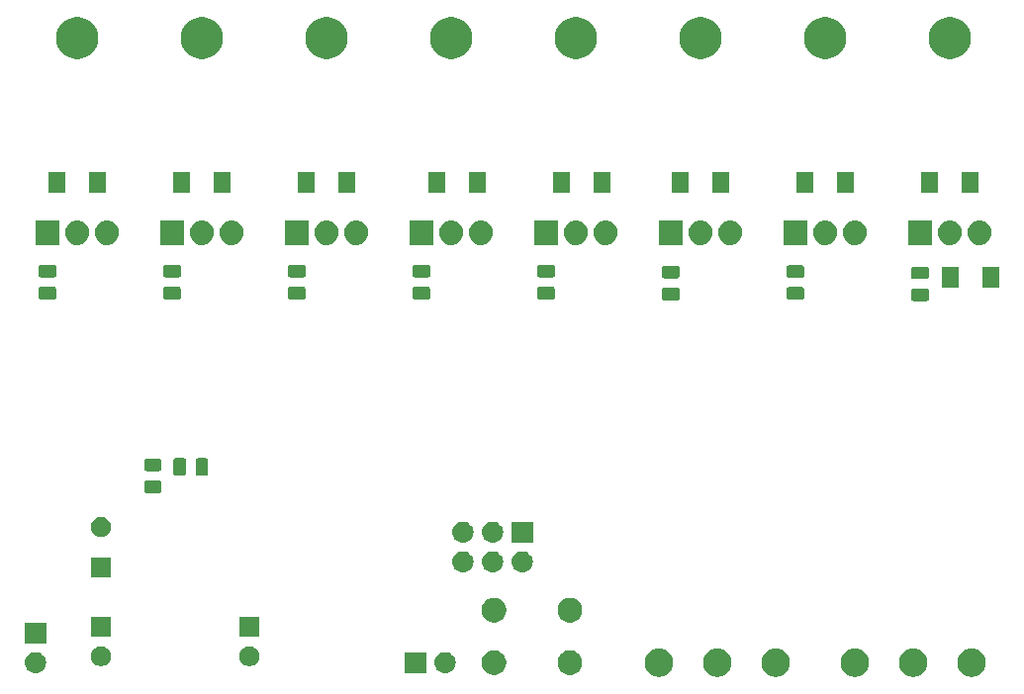
<source format=gbr>
G04 #@! TF.GenerationSoftware,KiCad,Pcbnew,5.1.4-e60b266~84~ubuntu18.04.1*
G04 #@! TF.CreationDate,2019-09-18T22:30:48+03:00*
G04 #@! TF.ProjectId,spotweld,73706f74-7765-46c6-942e-6b696361645f,rev?*
G04 #@! TF.SameCoordinates,Original*
G04 #@! TF.FileFunction,Soldermask,Bot*
G04 #@! TF.FilePolarity,Negative*
%FSLAX46Y46*%
G04 Gerber Fmt 4.6, Leading zero omitted, Abs format (unit mm)*
G04 Created by KiCad (PCBNEW 5.1.4-e60b266~84~ubuntu18.04.1) date 2019-09-18 22:30:48*
%MOMM*%
%LPD*%
G04 APERTURE LIST*
%ADD10C,0.100000*%
G04 APERTURE END LIST*
D10*
G36*
X176514205Y-118436461D02*
G01*
X176632153Y-118459922D01*
X176724194Y-118498047D01*
X176854359Y-118551963D01*
X177054342Y-118685587D01*
X177224413Y-118855658D01*
X177358037Y-119055641D01*
X177389255Y-119131009D01*
X177450078Y-119277847D01*
X177459942Y-119327436D01*
X177492099Y-119489100D01*
X177497000Y-119513742D01*
X177497000Y-119754258D01*
X177459942Y-119940565D01*
X177450078Y-119990152D01*
X177358037Y-120212359D01*
X177224413Y-120412342D01*
X177054342Y-120582413D01*
X176854359Y-120716037D01*
X176724194Y-120769953D01*
X176632153Y-120808078D01*
X176514205Y-120831539D01*
X176396259Y-120855000D01*
X176155741Y-120855000D01*
X176037795Y-120831539D01*
X175919847Y-120808078D01*
X175827806Y-120769953D01*
X175697641Y-120716037D01*
X175497658Y-120582413D01*
X175327587Y-120412342D01*
X175193963Y-120212359D01*
X175101922Y-119990152D01*
X175092059Y-119940565D01*
X175055000Y-119754258D01*
X175055000Y-119513742D01*
X175059902Y-119489100D01*
X175092058Y-119327436D01*
X175101922Y-119277847D01*
X175162745Y-119131009D01*
X175193963Y-119055641D01*
X175327587Y-118855658D01*
X175497658Y-118685587D01*
X175697641Y-118551963D01*
X175827806Y-118498047D01*
X175919847Y-118459922D01*
X176037795Y-118436461D01*
X176155741Y-118413000D01*
X176396259Y-118413000D01*
X176514205Y-118436461D01*
X176514205Y-118436461D01*
G37*
G36*
X181514205Y-118436461D02*
G01*
X181632153Y-118459922D01*
X181724194Y-118498047D01*
X181854359Y-118551963D01*
X182054342Y-118685587D01*
X182224413Y-118855658D01*
X182358037Y-119055641D01*
X182389255Y-119131009D01*
X182450078Y-119277847D01*
X182459942Y-119327436D01*
X182492099Y-119489100D01*
X182497000Y-119513742D01*
X182497000Y-119754258D01*
X182459942Y-119940565D01*
X182450078Y-119990152D01*
X182358037Y-120212359D01*
X182224413Y-120412342D01*
X182054342Y-120582413D01*
X181854359Y-120716037D01*
X181724194Y-120769953D01*
X181632153Y-120808078D01*
X181514205Y-120831539D01*
X181396259Y-120855000D01*
X181155741Y-120855000D01*
X181037795Y-120831539D01*
X180919847Y-120808078D01*
X180827806Y-120769953D01*
X180697641Y-120716037D01*
X180497658Y-120582413D01*
X180327587Y-120412342D01*
X180193963Y-120212359D01*
X180101922Y-119990152D01*
X180092059Y-119940565D01*
X180055000Y-119754258D01*
X180055000Y-119513742D01*
X180059902Y-119489100D01*
X180092058Y-119327436D01*
X180101922Y-119277847D01*
X180162745Y-119131009D01*
X180193963Y-119055641D01*
X180327587Y-118855658D01*
X180497658Y-118685587D01*
X180697641Y-118551963D01*
X180827806Y-118498047D01*
X180919847Y-118459922D01*
X181037795Y-118436461D01*
X181155741Y-118413000D01*
X181396259Y-118413000D01*
X181514205Y-118436461D01*
X181514205Y-118436461D01*
G37*
G36*
X186514205Y-118436461D02*
G01*
X186632153Y-118459922D01*
X186724194Y-118498047D01*
X186854359Y-118551963D01*
X187054342Y-118685587D01*
X187224413Y-118855658D01*
X187358037Y-119055641D01*
X187389255Y-119131009D01*
X187450078Y-119277847D01*
X187459942Y-119327436D01*
X187492099Y-119489100D01*
X187497000Y-119513742D01*
X187497000Y-119754258D01*
X187459942Y-119940565D01*
X187450078Y-119990152D01*
X187358037Y-120212359D01*
X187224413Y-120412342D01*
X187054342Y-120582413D01*
X186854359Y-120716037D01*
X186724194Y-120769953D01*
X186632153Y-120808078D01*
X186514205Y-120831539D01*
X186396259Y-120855000D01*
X186155741Y-120855000D01*
X186037795Y-120831539D01*
X185919847Y-120808078D01*
X185827806Y-120769953D01*
X185697641Y-120716037D01*
X185497658Y-120582413D01*
X185327587Y-120412342D01*
X185193963Y-120212359D01*
X185101922Y-119990152D01*
X185092059Y-119940565D01*
X185055000Y-119754258D01*
X185055000Y-119513742D01*
X185059902Y-119489100D01*
X185092058Y-119327436D01*
X185101922Y-119277847D01*
X185162745Y-119131009D01*
X185193963Y-119055641D01*
X185327587Y-118855658D01*
X185497658Y-118685587D01*
X185697641Y-118551963D01*
X185827806Y-118498047D01*
X185919847Y-118459922D01*
X186037795Y-118436461D01*
X186155741Y-118413000D01*
X186396259Y-118413000D01*
X186514205Y-118436461D01*
X186514205Y-118436461D01*
G37*
G36*
X159750205Y-118436461D02*
G01*
X159868153Y-118459922D01*
X159960194Y-118498047D01*
X160090359Y-118551963D01*
X160290342Y-118685587D01*
X160460413Y-118855658D01*
X160594037Y-119055641D01*
X160625255Y-119131009D01*
X160686078Y-119277847D01*
X160695942Y-119327436D01*
X160728099Y-119489100D01*
X160733000Y-119513742D01*
X160733000Y-119754258D01*
X160695942Y-119940565D01*
X160686078Y-119990152D01*
X160594037Y-120212359D01*
X160460413Y-120412342D01*
X160290342Y-120582413D01*
X160090359Y-120716037D01*
X159960194Y-120769953D01*
X159868153Y-120808078D01*
X159750205Y-120831539D01*
X159632259Y-120855000D01*
X159391741Y-120855000D01*
X159273795Y-120831539D01*
X159155847Y-120808078D01*
X159063806Y-120769953D01*
X158933641Y-120716037D01*
X158733658Y-120582413D01*
X158563587Y-120412342D01*
X158429963Y-120212359D01*
X158337922Y-119990152D01*
X158328059Y-119940565D01*
X158291000Y-119754258D01*
X158291000Y-119513742D01*
X158295902Y-119489100D01*
X158328058Y-119327436D01*
X158337922Y-119277847D01*
X158398745Y-119131009D01*
X158429963Y-119055641D01*
X158563587Y-118855658D01*
X158733658Y-118685587D01*
X158933641Y-118551963D01*
X159063806Y-118498047D01*
X159155847Y-118459922D01*
X159273795Y-118436461D01*
X159391741Y-118413000D01*
X159632259Y-118413000D01*
X159750205Y-118436461D01*
X159750205Y-118436461D01*
G37*
G36*
X169750205Y-118436461D02*
G01*
X169868153Y-118459922D01*
X169960194Y-118498047D01*
X170090359Y-118551963D01*
X170290342Y-118685587D01*
X170460413Y-118855658D01*
X170594037Y-119055641D01*
X170625255Y-119131009D01*
X170686078Y-119277847D01*
X170695942Y-119327436D01*
X170728099Y-119489100D01*
X170733000Y-119513742D01*
X170733000Y-119754258D01*
X170695942Y-119940565D01*
X170686078Y-119990152D01*
X170594037Y-120212359D01*
X170460413Y-120412342D01*
X170290342Y-120582413D01*
X170090359Y-120716037D01*
X169960194Y-120769953D01*
X169868153Y-120808078D01*
X169750205Y-120831539D01*
X169632259Y-120855000D01*
X169391741Y-120855000D01*
X169273795Y-120831539D01*
X169155847Y-120808078D01*
X169063806Y-120769953D01*
X168933641Y-120716037D01*
X168733658Y-120582413D01*
X168563587Y-120412342D01*
X168429963Y-120212359D01*
X168337922Y-119990152D01*
X168328059Y-119940565D01*
X168291000Y-119754258D01*
X168291000Y-119513742D01*
X168295902Y-119489100D01*
X168328058Y-119327436D01*
X168337922Y-119277847D01*
X168398745Y-119131009D01*
X168429963Y-119055641D01*
X168563587Y-118855658D01*
X168733658Y-118685587D01*
X168933641Y-118551963D01*
X169063806Y-118498047D01*
X169155847Y-118459922D01*
X169273795Y-118436461D01*
X169391741Y-118413000D01*
X169632259Y-118413000D01*
X169750205Y-118436461D01*
X169750205Y-118436461D01*
G37*
G36*
X164750205Y-118436461D02*
G01*
X164868153Y-118459922D01*
X164960194Y-118498047D01*
X165090359Y-118551963D01*
X165290342Y-118685587D01*
X165460413Y-118855658D01*
X165594037Y-119055641D01*
X165625255Y-119131009D01*
X165686078Y-119277847D01*
X165695942Y-119327436D01*
X165728099Y-119489100D01*
X165733000Y-119513742D01*
X165733000Y-119754258D01*
X165695942Y-119940565D01*
X165686078Y-119990152D01*
X165594037Y-120212359D01*
X165460413Y-120412342D01*
X165290342Y-120582413D01*
X165090359Y-120716037D01*
X164960194Y-120769953D01*
X164868153Y-120808078D01*
X164750205Y-120831539D01*
X164632259Y-120855000D01*
X164391741Y-120855000D01*
X164273795Y-120831539D01*
X164155847Y-120808078D01*
X164063806Y-120769953D01*
X163933641Y-120716037D01*
X163733658Y-120582413D01*
X163563587Y-120412342D01*
X163429963Y-120212359D01*
X163337922Y-119990152D01*
X163328059Y-119940565D01*
X163291000Y-119754258D01*
X163291000Y-119513742D01*
X163295902Y-119489100D01*
X163328058Y-119327436D01*
X163337922Y-119277847D01*
X163398745Y-119131009D01*
X163429963Y-119055641D01*
X163563587Y-118855658D01*
X163733658Y-118685587D01*
X163933641Y-118551963D01*
X164063806Y-118498047D01*
X164155847Y-118459922D01*
X164273795Y-118436461D01*
X164391741Y-118413000D01*
X164632259Y-118413000D01*
X164750205Y-118436461D01*
X164750205Y-118436461D01*
G37*
G36*
X145698564Y-118623389D02*
G01*
X145889833Y-118702615D01*
X145889835Y-118702616D01*
X146061973Y-118817635D01*
X146208365Y-118964027D01*
X146269580Y-119055641D01*
X146323385Y-119136167D01*
X146402611Y-119327436D01*
X146443000Y-119530484D01*
X146443000Y-119737516D01*
X146402611Y-119940564D01*
X146323385Y-120131833D01*
X146323384Y-120131835D01*
X146208365Y-120303973D01*
X146061973Y-120450365D01*
X145889835Y-120565384D01*
X145889834Y-120565385D01*
X145889833Y-120565385D01*
X145698564Y-120644611D01*
X145495516Y-120685000D01*
X145288484Y-120685000D01*
X145085436Y-120644611D01*
X144894167Y-120565385D01*
X144894166Y-120565385D01*
X144894165Y-120565384D01*
X144722027Y-120450365D01*
X144575635Y-120303973D01*
X144460616Y-120131835D01*
X144460615Y-120131833D01*
X144381389Y-119940564D01*
X144341000Y-119737516D01*
X144341000Y-119530484D01*
X144381389Y-119327436D01*
X144460615Y-119136167D01*
X144514421Y-119055641D01*
X144575635Y-118964027D01*
X144722027Y-118817635D01*
X144894165Y-118702616D01*
X144894167Y-118702615D01*
X145085436Y-118623389D01*
X145288484Y-118583000D01*
X145495516Y-118583000D01*
X145698564Y-118623389D01*
X145698564Y-118623389D01*
G37*
G36*
X152198564Y-118623389D02*
G01*
X152389833Y-118702615D01*
X152389835Y-118702616D01*
X152561973Y-118817635D01*
X152708365Y-118964027D01*
X152769580Y-119055641D01*
X152823385Y-119136167D01*
X152902611Y-119327436D01*
X152943000Y-119530484D01*
X152943000Y-119737516D01*
X152902611Y-119940564D01*
X152823385Y-120131833D01*
X152823384Y-120131835D01*
X152708365Y-120303973D01*
X152561973Y-120450365D01*
X152389835Y-120565384D01*
X152389834Y-120565385D01*
X152389833Y-120565385D01*
X152198564Y-120644611D01*
X151995516Y-120685000D01*
X151788484Y-120685000D01*
X151585436Y-120644611D01*
X151394167Y-120565385D01*
X151394166Y-120565385D01*
X151394165Y-120565384D01*
X151222027Y-120450365D01*
X151075635Y-120303973D01*
X150960616Y-120131835D01*
X150960615Y-120131833D01*
X150881389Y-119940564D01*
X150841000Y-119737516D01*
X150841000Y-119530484D01*
X150881389Y-119327436D01*
X150960615Y-119136167D01*
X151014421Y-119055641D01*
X151075635Y-118964027D01*
X151222027Y-118817635D01*
X151394165Y-118702616D01*
X151394167Y-118702615D01*
X151585436Y-118623389D01*
X151788484Y-118583000D01*
X151995516Y-118583000D01*
X152198564Y-118623389D01*
X152198564Y-118623389D01*
G37*
G36*
X139585000Y-120535000D02*
G01*
X137783000Y-120535000D01*
X137783000Y-118733000D01*
X139585000Y-118733000D01*
X139585000Y-120535000D01*
X139585000Y-120535000D01*
G37*
G36*
X141334442Y-118739518D02*
G01*
X141400627Y-118746037D01*
X141570466Y-118797557D01*
X141726991Y-118881222D01*
X141762729Y-118910552D01*
X141864186Y-118993814D01*
X141914925Y-119055641D01*
X141976778Y-119131009D01*
X142060443Y-119287534D01*
X142111963Y-119457373D01*
X142129359Y-119634000D01*
X142111963Y-119810627D01*
X142060443Y-119980466D01*
X141976778Y-120136991D01*
X141947448Y-120172729D01*
X141864186Y-120274186D01*
X141762729Y-120357448D01*
X141726991Y-120386778D01*
X141570466Y-120470443D01*
X141400627Y-120521963D01*
X141334443Y-120528481D01*
X141268260Y-120535000D01*
X141179740Y-120535000D01*
X141113557Y-120528481D01*
X141047373Y-120521963D01*
X140877534Y-120470443D01*
X140721009Y-120386778D01*
X140685271Y-120357448D01*
X140583814Y-120274186D01*
X140500552Y-120172729D01*
X140471222Y-120136991D01*
X140387557Y-119980466D01*
X140336037Y-119810627D01*
X140318641Y-119634000D01*
X140336037Y-119457373D01*
X140387557Y-119287534D01*
X140471222Y-119131009D01*
X140533075Y-119055641D01*
X140583814Y-118993814D01*
X140685271Y-118910552D01*
X140721009Y-118881222D01*
X140877534Y-118797557D01*
X141047373Y-118746037D01*
X141113558Y-118739518D01*
X141179740Y-118733000D01*
X141268260Y-118733000D01*
X141334442Y-118739518D01*
X141334442Y-118739518D01*
G37*
G36*
X106282442Y-118739518D02*
G01*
X106348627Y-118746037D01*
X106518466Y-118797557D01*
X106674991Y-118881222D01*
X106710729Y-118910552D01*
X106812186Y-118993814D01*
X106862925Y-119055641D01*
X106924778Y-119131009D01*
X107008443Y-119287534D01*
X107059963Y-119457373D01*
X107077359Y-119634000D01*
X107059963Y-119810627D01*
X107008443Y-119980466D01*
X106924778Y-120136991D01*
X106895448Y-120172729D01*
X106812186Y-120274186D01*
X106710729Y-120357448D01*
X106674991Y-120386778D01*
X106518466Y-120470443D01*
X106348627Y-120521963D01*
X106282443Y-120528481D01*
X106216260Y-120535000D01*
X106127740Y-120535000D01*
X106061557Y-120528481D01*
X105995373Y-120521963D01*
X105825534Y-120470443D01*
X105669009Y-120386778D01*
X105633271Y-120357448D01*
X105531814Y-120274186D01*
X105448552Y-120172729D01*
X105419222Y-120136991D01*
X105335557Y-119980466D01*
X105284037Y-119810627D01*
X105266641Y-119634000D01*
X105284037Y-119457373D01*
X105335557Y-119287534D01*
X105419222Y-119131009D01*
X105481075Y-119055641D01*
X105531814Y-118993814D01*
X105633271Y-118910552D01*
X105669009Y-118881222D01*
X105825534Y-118797557D01*
X105995373Y-118746037D01*
X106061558Y-118739518D01*
X106127740Y-118733000D01*
X106216260Y-118733000D01*
X106282442Y-118739518D01*
X106282442Y-118739518D01*
G37*
G36*
X124708228Y-118267703D02*
G01*
X124863100Y-118331853D01*
X125002481Y-118424985D01*
X125121015Y-118543519D01*
X125214147Y-118682900D01*
X125278297Y-118837772D01*
X125311000Y-119002184D01*
X125311000Y-119169816D01*
X125278297Y-119334228D01*
X125214147Y-119489100D01*
X125121015Y-119628481D01*
X125002481Y-119747015D01*
X124863100Y-119840147D01*
X124708228Y-119904297D01*
X124543816Y-119937000D01*
X124376184Y-119937000D01*
X124211772Y-119904297D01*
X124056900Y-119840147D01*
X123917519Y-119747015D01*
X123798985Y-119628481D01*
X123705853Y-119489100D01*
X123641703Y-119334228D01*
X123609000Y-119169816D01*
X123609000Y-119002184D01*
X123641703Y-118837772D01*
X123705853Y-118682900D01*
X123798985Y-118543519D01*
X123917519Y-118424985D01*
X124056900Y-118331853D01*
X124211772Y-118267703D01*
X124376184Y-118235000D01*
X124543816Y-118235000D01*
X124708228Y-118267703D01*
X124708228Y-118267703D01*
G37*
G36*
X112008228Y-118267703D02*
G01*
X112163100Y-118331853D01*
X112302481Y-118424985D01*
X112421015Y-118543519D01*
X112514147Y-118682900D01*
X112578297Y-118837772D01*
X112611000Y-119002184D01*
X112611000Y-119169816D01*
X112578297Y-119334228D01*
X112514147Y-119489100D01*
X112421015Y-119628481D01*
X112302481Y-119747015D01*
X112163100Y-119840147D01*
X112008228Y-119904297D01*
X111843816Y-119937000D01*
X111676184Y-119937000D01*
X111511772Y-119904297D01*
X111356900Y-119840147D01*
X111217519Y-119747015D01*
X111098985Y-119628481D01*
X111005853Y-119489100D01*
X110941703Y-119334228D01*
X110909000Y-119169816D01*
X110909000Y-119002184D01*
X110941703Y-118837772D01*
X111005853Y-118682900D01*
X111098985Y-118543519D01*
X111217519Y-118424985D01*
X111356900Y-118331853D01*
X111511772Y-118267703D01*
X111676184Y-118235000D01*
X111843816Y-118235000D01*
X112008228Y-118267703D01*
X112008228Y-118267703D01*
G37*
G36*
X107073000Y-117995000D02*
G01*
X105271000Y-117995000D01*
X105271000Y-116193000D01*
X107073000Y-116193000D01*
X107073000Y-117995000D01*
X107073000Y-117995000D01*
G37*
G36*
X112611000Y-117437000D02*
G01*
X110909000Y-117437000D01*
X110909000Y-115735000D01*
X112611000Y-115735000D01*
X112611000Y-117437000D01*
X112611000Y-117437000D01*
G37*
G36*
X125311000Y-117437000D02*
G01*
X123609000Y-117437000D01*
X123609000Y-115735000D01*
X125311000Y-115735000D01*
X125311000Y-117437000D01*
X125311000Y-117437000D01*
G37*
G36*
X145698564Y-114123389D02*
G01*
X145889833Y-114202615D01*
X145889835Y-114202616D01*
X146061973Y-114317635D01*
X146208365Y-114464027D01*
X146323385Y-114636167D01*
X146402611Y-114827436D01*
X146443000Y-115030484D01*
X146443000Y-115237516D01*
X146402611Y-115440564D01*
X146323385Y-115631833D01*
X146323384Y-115631835D01*
X146208365Y-115803973D01*
X146061973Y-115950365D01*
X145889835Y-116065384D01*
X145889834Y-116065385D01*
X145889833Y-116065385D01*
X145698564Y-116144611D01*
X145495516Y-116185000D01*
X145288484Y-116185000D01*
X145085436Y-116144611D01*
X144894167Y-116065385D01*
X144894166Y-116065385D01*
X144894165Y-116065384D01*
X144722027Y-115950365D01*
X144575635Y-115803973D01*
X144460616Y-115631835D01*
X144460615Y-115631833D01*
X144381389Y-115440564D01*
X144341000Y-115237516D01*
X144341000Y-115030484D01*
X144381389Y-114827436D01*
X144460615Y-114636167D01*
X144575635Y-114464027D01*
X144722027Y-114317635D01*
X144894165Y-114202616D01*
X144894167Y-114202615D01*
X145085436Y-114123389D01*
X145288484Y-114083000D01*
X145495516Y-114083000D01*
X145698564Y-114123389D01*
X145698564Y-114123389D01*
G37*
G36*
X152198564Y-114123389D02*
G01*
X152389833Y-114202615D01*
X152389835Y-114202616D01*
X152561973Y-114317635D01*
X152708365Y-114464027D01*
X152823385Y-114636167D01*
X152902611Y-114827436D01*
X152943000Y-115030484D01*
X152943000Y-115237516D01*
X152902611Y-115440564D01*
X152823385Y-115631833D01*
X152823384Y-115631835D01*
X152708365Y-115803973D01*
X152561973Y-115950365D01*
X152389835Y-116065384D01*
X152389834Y-116065385D01*
X152389833Y-116065385D01*
X152198564Y-116144611D01*
X151995516Y-116185000D01*
X151788484Y-116185000D01*
X151585436Y-116144611D01*
X151394167Y-116065385D01*
X151394166Y-116065385D01*
X151394165Y-116065384D01*
X151222027Y-115950365D01*
X151075635Y-115803973D01*
X150960616Y-115631835D01*
X150960615Y-115631833D01*
X150881389Y-115440564D01*
X150841000Y-115237516D01*
X150841000Y-115030484D01*
X150881389Y-114827436D01*
X150960615Y-114636167D01*
X151075635Y-114464027D01*
X151222027Y-114317635D01*
X151394165Y-114202616D01*
X151394167Y-114202615D01*
X151585436Y-114123389D01*
X151788484Y-114083000D01*
X151995516Y-114083000D01*
X152198564Y-114123389D01*
X152198564Y-114123389D01*
G37*
G36*
X112611000Y-112357000D02*
G01*
X110909000Y-112357000D01*
X110909000Y-110655000D01*
X112611000Y-110655000D01*
X112611000Y-112357000D01*
X112611000Y-112357000D01*
G37*
G36*
X147938443Y-110103519D02*
G01*
X148004627Y-110110037D01*
X148174466Y-110161557D01*
X148330991Y-110245222D01*
X148366729Y-110274552D01*
X148468186Y-110357814D01*
X148551448Y-110459271D01*
X148580778Y-110495009D01*
X148664443Y-110651534D01*
X148715963Y-110821373D01*
X148733359Y-110998000D01*
X148715963Y-111174627D01*
X148664443Y-111344466D01*
X148580778Y-111500991D01*
X148551448Y-111536729D01*
X148468186Y-111638186D01*
X148366729Y-111721448D01*
X148330991Y-111750778D01*
X148174466Y-111834443D01*
X148004627Y-111885963D01*
X147938442Y-111892482D01*
X147872260Y-111899000D01*
X147783740Y-111899000D01*
X147717558Y-111892482D01*
X147651373Y-111885963D01*
X147481534Y-111834443D01*
X147325009Y-111750778D01*
X147289271Y-111721448D01*
X147187814Y-111638186D01*
X147104552Y-111536729D01*
X147075222Y-111500991D01*
X146991557Y-111344466D01*
X146940037Y-111174627D01*
X146922641Y-110998000D01*
X146940037Y-110821373D01*
X146991557Y-110651534D01*
X147075222Y-110495009D01*
X147104552Y-110459271D01*
X147187814Y-110357814D01*
X147289271Y-110274552D01*
X147325009Y-110245222D01*
X147481534Y-110161557D01*
X147651373Y-110110037D01*
X147717557Y-110103519D01*
X147783740Y-110097000D01*
X147872260Y-110097000D01*
X147938443Y-110103519D01*
X147938443Y-110103519D01*
G37*
G36*
X145398443Y-110103519D02*
G01*
X145464627Y-110110037D01*
X145634466Y-110161557D01*
X145790991Y-110245222D01*
X145826729Y-110274552D01*
X145928186Y-110357814D01*
X146011448Y-110459271D01*
X146040778Y-110495009D01*
X146124443Y-110651534D01*
X146175963Y-110821373D01*
X146193359Y-110998000D01*
X146175963Y-111174627D01*
X146124443Y-111344466D01*
X146040778Y-111500991D01*
X146011448Y-111536729D01*
X145928186Y-111638186D01*
X145826729Y-111721448D01*
X145790991Y-111750778D01*
X145634466Y-111834443D01*
X145464627Y-111885963D01*
X145398442Y-111892482D01*
X145332260Y-111899000D01*
X145243740Y-111899000D01*
X145177558Y-111892482D01*
X145111373Y-111885963D01*
X144941534Y-111834443D01*
X144785009Y-111750778D01*
X144749271Y-111721448D01*
X144647814Y-111638186D01*
X144564552Y-111536729D01*
X144535222Y-111500991D01*
X144451557Y-111344466D01*
X144400037Y-111174627D01*
X144382641Y-110998000D01*
X144400037Y-110821373D01*
X144451557Y-110651534D01*
X144535222Y-110495009D01*
X144564552Y-110459271D01*
X144647814Y-110357814D01*
X144749271Y-110274552D01*
X144785009Y-110245222D01*
X144941534Y-110161557D01*
X145111373Y-110110037D01*
X145177557Y-110103519D01*
X145243740Y-110097000D01*
X145332260Y-110097000D01*
X145398443Y-110103519D01*
X145398443Y-110103519D01*
G37*
G36*
X142858443Y-110103519D02*
G01*
X142924627Y-110110037D01*
X143094466Y-110161557D01*
X143250991Y-110245222D01*
X143286729Y-110274552D01*
X143388186Y-110357814D01*
X143471448Y-110459271D01*
X143500778Y-110495009D01*
X143584443Y-110651534D01*
X143635963Y-110821373D01*
X143653359Y-110998000D01*
X143635963Y-111174627D01*
X143584443Y-111344466D01*
X143500778Y-111500991D01*
X143471448Y-111536729D01*
X143388186Y-111638186D01*
X143286729Y-111721448D01*
X143250991Y-111750778D01*
X143094466Y-111834443D01*
X142924627Y-111885963D01*
X142858442Y-111892482D01*
X142792260Y-111899000D01*
X142703740Y-111899000D01*
X142637558Y-111892482D01*
X142571373Y-111885963D01*
X142401534Y-111834443D01*
X142245009Y-111750778D01*
X142209271Y-111721448D01*
X142107814Y-111638186D01*
X142024552Y-111536729D01*
X141995222Y-111500991D01*
X141911557Y-111344466D01*
X141860037Y-111174627D01*
X141842641Y-110998000D01*
X141860037Y-110821373D01*
X141911557Y-110651534D01*
X141995222Y-110495009D01*
X142024552Y-110459271D01*
X142107814Y-110357814D01*
X142209271Y-110274552D01*
X142245009Y-110245222D01*
X142401534Y-110161557D01*
X142571373Y-110110037D01*
X142637557Y-110103519D01*
X142703740Y-110097000D01*
X142792260Y-110097000D01*
X142858443Y-110103519D01*
X142858443Y-110103519D01*
G37*
G36*
X148729000Y-109359000D02*
G01*
X146927000Y-109359000D01*
X146927000Y-107557000D01*
X148729000Y-107557000D01*
X148729000Y-109359000D01*
X148729000Y-109359000D01*
G37*
G36*
X145398443Y-107563519D02*
G01*
X145464627Y-107570037D01*
X145634466Y-107621557D01*
X145790991Y-107705222D01*
X145826729Y-107734552D01*
X145928186Y-107817814D01*
X146011448Y-107919271D01*
X146040778Y-107955009D01*
X146124443Y-108111534D01*
X146175963Y-108281373D01*
X146193359Y-108458000D01*
X146175963Y-108634627D01*
X146124443Y-108804466D01*
X146040778Y-108960991D01*
X146011448Y-108996729D01*
X145928186Y-109098186D01*
X145826729Y-109181448D01*
X145790991Y-109210778D01*
X145634466Y-109294443D01*
X145464627Y-109345963D01*
X145398443Y-109352481D01*
X145332260Y-109359000D01*
X145243740Y-109359000D01*
X145177557Y-109352481D01*
X145111373Y-109345963D01*
X144941534Y-109294443D01*
X144785009Y-109210778D01*
X144749271Y-109181448D01*
X144647814Y-109098186D01*
X144564552Y-108996729D01*
X144535222Y-108960991D01*
X144451557Y-108804466D01*
X144400037Y-108634627D01*
X144382641Y-108458000D01*
X144400037Y-108281373D01*
X144451557Y-108111534D01*
X144535222Y-107955009D01*
X144564552Y-107919271D01*
X144647814Y-107817814D01*
X144749271Y-107734552D01*
X144785009Y-107705222D01*
X144941534Y-107621557D01*
X145111373Y-107570037D01*
X145177557Y-107563519D01*
X145243740Y-107557000D01*
X145332260Y-107557000D01*
X145398443Y-107563519D01*
X145398443Y-107563519D01*
G37*
G36*
X142858443Y-107563519D02*
G01*
X142924627Y-107570037D01*
X143094466Y-107621557D01*
X143250991Y-107705222D01*
X143286729Y-107734552D01*
X143388186Y-107817814D01*
X143471448Y-107919271D01*
X143500778Y-107955009D01*
X143584443Y-108111534D01*
X143635963Y-108281373D01*
X143653359Y-108458000D01*
X143635963Y-108634627D01*
X143584443Y-108804466D01*
X143500778Y-108960991D01*
X143471448Y-108996729D01*
X143388186Y-109098186D01*
X143286729Y-109181448D01*
X143250991Y-109210778D01*
X143094466Y-109294443D01*
X142924627Y-109345963D01*
X142858443Y-109352481D01*
X142792260Y-109359000D01*
X142703740Y-109359000D01*
X142637557Y-109352481D01*
X142571373Y-109345963D01*
X142401534Y-109294443D01*
X142245009Y-109210778D01*
X142209271Y-109181448D01*
X142107814Y-109098186D01*
X142024552Y-108996729D01*
X141995222Y-108960991D01*
X141911557Y-108804466D01*
X141860037Y-108634627D01*
X141842641Y-108458000D01*
X141860037Y-108281373D01*
X141911557Y-108111534D01*
X141995222Y-107955009D01*
X142024552Y-107919271D01*
X142107814Y-107817814D01*
X142209271Y-107734552D01*
X142245009Y-107705222D01*
X142401534Y-107621557D01*
X142571373Y-107570037D01*
X142637557Y-107563519D01*
X142703740Y-107557000D01*
X142792260Y-107557000D01*
X142858443Y-107563519D01*
X142858443Y-107563519D01*
G37*
G36*
X112008228Y-107187703D02*
G01*
X112163100Y-107251853D01*
X112302481Y-107344985D01*
X112421015Y-107463519D01*
X112514147Y-107602900D01*
X112578297Y-107757772D01*
X112611000Y-107922184D01*
X112611000Y-108089816D01*
X112578297Y-108254228D01*
X112514147Y-108409100D01*
X112421015Y-108548481D01*
X112302481Y-108667015D01*
X112163100Y-108760147D01*
X112008228Y-108824297D01*
X111843816Y-108857000D01*
X111676184Y-108857000D01*
X111511772Y-108824297D01*
X111356900Y-108760147D01*
X111217519Y-108667015D01*
X111098985Y-108548481D01*
X111005853Y-108409100D01*
X110941703Y-108254228D01*
X110909000Y-108089816D01*
X110909000Y-107922184D01*
X110941703Y-107757772D01*
X111005853Y-107602900D01*
X111098985Y-107463519D01*
X111217519Y-107344985D01*
X111356900Y-107251853D01*
X111511772Y-107187703D01*
X111676184Y-107155000D01*
X111843816Y-107155000D01*
X112008228Y-107187703D01*
X112008228Y-107187703D01*
G37*
G36*
X116789468Y-104035565D02*
G01*
X116828138Y-104047296D01*
X116863777Y-104066346D01*
X116895017Y-104091983D01*
X116920654Y-104123223D01*
X116939704Y-104158862D01*
X116951435Y-104197532D01*
X116956000Y-104243888D01*
X116956000Y-104895112D01*
X116951435Y-104941468D01*
X116939704Y-104980138D01*
X116920654Y-105015777D01*
X116895017Y-105047017D01*
X116863777Y-105072654D01*
X116828138Y-105091704D01*
X116789468Y-105103435D01*
X116743112Y-105108000D01*
X115666888Y-105108000D01*
X115620532Y-105103435D01*
X115581862Y-105091704D01*
X115546223Y-105072654D01*
X115514983Y-105047017D01*
X115489346Y-105015777D01*
X115470296Y-104980138D01*
X115458565Y-104941468D01*
X115454000Y-104895112D01*
X115454000Y-104243888D01*
X115458565Y-104197532D01*
X115470296Y-104158862D01*
X115489346Y-104123223D01*
X115514983Y-104091983D01*
X115546223Y-104066346D01*
X115581862Y-104047296D01*
X115620532Y-104035565D01*
X115666888Y-104031000D01*
X116743112Y-104031000D01*
X116789468Y-104035565D01*
X116789468Y-104035565D01*
G37*
G36*
X118892968Y-102123565D02*
G01*
X118931638Y-102135296D01*
X118967277Y-102154346D01*
X118998517Y-102179983D01*
X119024154Y-102211223D01*
X119043204Y-102246862D01*
X119054935Y-102285532D01*
X119059500Y-102331888D01*
X119059500Y-103408112D01*
X119054935Y-103454468D01*
X119043204Y-103493138D01*
X119024154Y-103528777D01*
X118998517Y-103560017D01*
X118967277Y-103585654D01*
X118931638Y-103604704D01*
X118892968Y-103616435D01*
X118846612Y-103621000D01*
X118195388Y-103621000D01*
X118149032Y-103616435D01*
X118110362Y-103604704D01*
X118074723Y-103585654D01*
X118043483Y-103560017D01*
X118017846Y-103528777D01*
X117998796Y-103493138D01*
X117987065Y-103454468D01*
X117982500Y-103408112D01*
X117982500Y-102331888D01*
X117987065Y-102285532D01*
X117998796Y-102246862D01*
X118017846Y-102211223D01*
X118043483Y-102179983D01*
X118074723Y-102154346D01*
X118110362Y-102135296D01*
X118149032Y-102123565D01*
X118195388Y-102119000D01*
X118846612Y-102119000D01*
X118892968Y-102123565D01*
X118892968Y-102123565D01*
G37*
G36*
X120767968Y-102123565D02*
G01*
X120806638Y-102135296D01*
X120842277Y-102154346D01*
X120873517Y-102179983D01*
X120899154Y-102211223D01*
X120918204Y-102246862D01*
X120929935Y-102285532D01*
X120934500Y-102331888D01*
X120934500Y-103408112D01*
X120929935Y-103454468D01*
X120918204Y-103493138D01*
X120899154Y-103528777D01*
X120873517Y-103560017D01*
X120842277Y-103585654D01*
X120806638Y-103604704D01*
X120767968Y-103616435D01*
X120721612Y-103621000D01*
X120070388Y-103621000D01*
X120024032Y-103616435D01*
X119985362Y-103604704D01*
X119949723Y-103585654D01*
X119918483Y-103560017D01*
X119892846Y-103528777D01*
X119873796Y-103493138D01*
X119862065Y-103454468D01*
X119857500Y-103408112D01*
X119857500Y-102331888D01*
X119862065Y-102285532D01*
X119873796Y-102246862D01*
X119892846Y-102211223D01*
X119918483Y-102179983D01*
X119949723Y-102154346D01*
X119985362Y-102135296D01*
X120024032Y-102123565D01*
X120070388Y-102119000D01*
X120721612Y-102119000D01*
X120767968Y-102123565D01*
X120767968Y-102123565D01*
G37*
G36*
X116789468Y-102160565D02*
G01*
X116828138Y-102172296D01*
X116863777Y-102191346D01*
X116895017Y-102216983D01*
X116920654Y-102248223D01*
X116939704Y-102283862D01*
X116951435Y-102322532D01*
X116956000Y-102368888D01*
X116956000Y-103020112D01*
X116951435Y-103066468D01*
X116939704Y-103105138D01*
X116920654Y-103140777D01*
X116895017Y-103172017D01*
X116863777Y-103197654D01*
X116828138Y-103216704D01*
X116789468Y-103228435D01*
X116743112Y-103233000D01*
X115666888Y-103233000D01*
X115620532Y-103228435D01*
X115581862Y-103216704D01*
X115546223Y-103197654D01*
X115514983Y-103172017D01*
X115489346Y-103140777D01*
X115470296Y-103105138D01*
X115458565Y-103066468D01*
X115454000Y-103020112D01*
X115454000Y-102368888D01*
X115458565Y-102322532D01*
X115470296Y-102283862D01*
X115489346Y-102248223D01*
X115514983Y-102216983D01*
X115546223Y-102191346D01*
X115581862Y-102172296D01*
X115620532Y-102160565D01*
X115666888Y-102156000D01*
X116743112Y-102156000D01*
X116789468Y-102160565D01*
X116789468Y-102160565D01*
G37*
G36*
X182448468Y-87604065D02*
G01*
X182487138Y-87615796D01*
X182522777Y-87634846D01*
X182554017Y-87660483D01*
X182579654Y-87691723D01*
X182598704Y-87727362D01*
X182610435Y-87766032D01*
X182615000Y-87812388D01*
X182615000Y-88463612D01*
X182610435Y-88509968D01*
X182598704Y-88548638D01*
X182579654Y-88584277D01*
X182554017Y-88615517D01*
X182522777Y-88641154D01*
X182487138Y-88660204D01*
X182448468Y-88671935D01*
X182402112Y-88676500D01*
X181325888Y-88676500D01*
X181279532Y-88671935D01*
X181240862Y-88660204D01*
X181205223Y-88641154D01*
X181173983Y-88615517D01*
X181148346Y-88584277D01*
X181129296Y-88548638D01*
X181117565Y-88509968D01*
X181113000Y-88463612D01*
X181113000Y-87812388D01*
X181117565Y-87766032D01*
X181129296Y-87727362D01*
X181148346Y-87691723D01*
X181173983Y-87660483D01*
X181205223Y-87634846D01*
X181240862Y-87615796D01*
X181279532Y-87604065D01*
X181325888Y-87599500D01*
X182402112Y-87599500D01*
X182448468Y-87604065D01*
X182448468Y-87604065D01*
G37*
G36*
X161112468Y-87525565D02*
G01*
X161151138Y-87537296D01*
X161186777Y-87556346D01*
X161218017Y-87581983D01*
X161243654Y-87613223D01*
X161262704Y-87648862D01*
X161274435Y-87687532D01*
X161279000Y-87733888D01*
X161279000Y-88385112D01*
X161274435Y-88431468D01*
X161262704Y-88470138D01*
X161243654Y-88505777D01*
X161218017Y-88537017D01*
X161186777Y-88562654D01*
X161151138Y-88581704D01*
X161112468Y-88593435D01*
X161066112Y-88598000D01*
X159989888Y-88598000D01*
X159943532Y-88593435D01*
X159904862Y-88581704D01*
X159869223Y-88562654D01*
X159837983Y-88537017D01*
X159812346Y-88505777D01*
X159793296Y-88470138D01*
X159781565Y-88431468D01*
X159777000Y-88385112D01*
X159777000Y-87733888D01*
X159781565Y-87687532D01*
X159793296Y-87648862D01*
X159812346Y-87613223D01*
X159837983Y-87581983D01*
X159869223Y-87556346D01*
X159904862Y-87537296D01*
X159943532Y-87525565D01*
X159989888Y-87521000D01*
X161066112Y-87521000D01*
X161112468Y-87525565D01*
X161112468Y-87525565D01*
G37*
G36*
X171780468Y-87477065D02*
G01*
X171819138Y-87488796D01*
X171854777Y-87507846D01*
X171886017Y-87533483D01*
X171911654Y-87564723D01*
X171930704Y-87600362D01*
X171942435Y-87639032D01*
X171947000Y-87685388D01*
X171947000Y-88336612D01*
X171942435Y-88382968D01*
X171930704Y-88421638D01*
X171911654Y-88457277D01*
X171886017Y-88488517D01*
X171854777Y-88514154D01*
X171819138Y-88533204D01*
X171780468Y-88544935D01*
X171734112Y-88549500D01*
X170657888Y-88549500D01*
X170611532Y-88544935D01*
X170572862Y-88533204D01*
X170537223Y-88514154D01*
X170505983Y-88488517D01*
X170480346Y-88457277D01*
X170461296Y-88421638D01*
X170449565Y-88382968D01*
X170445000Y-88336612D01*
X170445000Y-87685388D01*
X170449565Y-87639032D01*
X170461296Y-87600362D01*
X170480346Y-87564723D01*
X170505983Y-87533483D01*
X170537223Y-87507846D01*
X170572862Y-87488796D01*
X170611532Y-87477065D01*
X170657888Y-87472500D01*
X171734112Y-87472500D01*
X171780468Y-87477065D01*
X171780468Y-87477065D01*
G37*
G36*
X129108468Y-87447065D02*
G01*
X129147138Y-87458796D01*
X129182777Y-87477846D01*
X129214017Y-87503483D01*
X129239654Y-87534723D01*
X129258704Y-87570362D01*
X129270435Y-87609032D01*
X129275000Y-87655388D01*
X129275000Y-88306612D01*
X129270435Y-88352968D01*
X129258704Y-88391638D01*
X129239654Y-88427277D01*
X129214017Y-88458517D01*
X129182777Y-88484154D01*
X129147138Y-88503204D01*
X129108468Y-88514935D01*
X129062112Y-88519500D01*
X127985888Y-88519500D01*
X127939532Y-88514935D01*
X127900862Y-88503204D01*
X127865223Y-88484154D01*
X127833983Y-88458517D01*
X127808346Y-88427277D01*
X127789296Y-88391638D01*
X127777565Y-88352968D01*
X127773000Y-88306612D01*
X127773000Y-87655388D01*
X127777565Y-87609032D01*
X127789296Y-87570362D01*
X127808346Y-87534723D01*
X127833983Y-87503483D01*
X127865223Y-87477846D01*
X127900862Y-87458796D01*
X127939532Y-87447065D01*
X127985888Y-87442500D01*
X129062112Y-87442500D01*
X129108468Y-87447065D01*
X129108468Y-87447065D01*
G37*
G36*
X150444468Y-87447065D02*
G01*
X150483138Y-87458796D01*
X150518777Y-87477846D01*
X150550017Y-87503483D01*
X150575654Y-87534723D01*
X150594704Y-87570362D01*
X150606435Y-87609032D01*
X150611000Y-87655388D01*
X150611000Y-88306612D01*
X150606435Y-88352968D01*
X150594704Y-88391638D01*
X150575654Y-88427277D01*
X150550017Y-88458517D01*
X150518777Y-88484154D01*
X150483138Y-88503204D01*
X150444468Y-88514935D01*
X150398112Y-88519500D01*
X149321888Y-88519500D01*
X149275532Y-88514935D01*
X149236862Y-88503204D01*
X149201223Y-88484154D01*
X149169983Y-88458517D01*
X149144346Y-88427277D01*
X149125296Y-88391638D01*
X149113565Y-88352968D01*
X149109000Y-88306612D01*
X149109000Y-87655388D01*
X149113565Y-87609032D01*
X149125296Y-87570362D01*
X149144346Y-87534723D01*
X149169983Y-87503483D01*
X149201223Y-87477846D01*
X149236862Y-87458796D01*
X149275532Y-87447065D01*
X149321888Y-87442500D01*
X150398112Y-87442500D01*
X150444468Y-87447065D01*
X150444468Y-87447065D01*
G37*
G36*
X139776468Y-87447065D02*
G01*
X139815138Y-87458796D01*
X139850777Y-87477846D01*
X139882017Y-87503483D01*
X139907654Y-87534723D01*
X139926704Y-87570362D01*
X139938435Y-87609032D01*
X139943000Y-87655388D01*
X139943000Y-88306612D01*
X139938435Y-88352968D01*
X139926704Y-88391638D01*
X139907654Y-88427277D01*
X139882017Y-88458517D01*
X139850777Y-88484154D01*
X139815138Y-88503204D01*
X139776468Y-88514935D01*
X139730112Y-88519500D01*
X138653888Y-88519500D01*
X138607532Y-88514935D01*
X138568862Y-88503204D01*
X138533223Y-88484154D01*
X138501983Y-88458517D01*
X138476346Y-88427277D01*
X138457296Y-88391638D01*
X138445565Y-88352968D01*
X138441000Y-88306612D01*
X138441000Y-87655388D01*
X138445565Y-87609032D01*
X138457296Y-87570362D01*
X138476346Y-87534723D01*
X138501983Y-87503483D01*
X138533223Y-87477846D01*
X138568862Y-87458796D01*
X138607532Y-87447065D01*
X138653888Y-87442500D01*
X139730112Y-87442500D01*
X139776468Y-87447065D01*
X139776468Y-87447065D01*
G37*
G36*
X118440468Y-87447065D02*
G01*
X118479138Y-87458796D01*
X118514777Y-87477846D01*
X118546017Y-87503483D01*
X118571654Y-87534723D01*
X118590704Y-87570362D01*
X118602435Y-87609032D01*
X118607000Y-87655388D01*
X118607000Y-88306612D01*
X118602435Y-88352968D01*
X118590704Y-88391638D01*
X118571654Y-88427277D01*
X118546017Y-88458517D01*
X118514777Y-88484154D01*
X118479138Y-88503204D01*
X118440468Y-88514935D01*
X118394112Y-88519500D01*
X117317888Y-88519500D01*
X117271532Y-88514935D01*
X117232862Y-88503204D01*
X117197223Y-88484154D01*
X117165983Y-88458517D01*
X117140346Y-88427277D01*
X117121296Y-88391638D01*
X117109565Y-88352968D01*
X117105000Y-88306612D01*
X117105000Y-87655388D01*
X117109565Y-87609032D01*
X117121296Y-87570362D01*
X117140346Y-87534723D01*
X117165983Y-87503483D01*
X117197223Y-87477846D01*
X117232862Y-87458796D01*
X117271532Y-87447065D01*
X117317888Y-87442500D01*
X118394112Y-87442500D01*
X118440468Y-87447065D01*
X118440468Y-87447065D01*
G37*
G36*
X107772468Y-87447065D02*
G01*
X107811138Y-87458796D01*
X107846777Y-87477846D01*
X107878017Y-87503483D01*
X107903654Y-87534723D01*
X107922704Y-87570362D01*
X107934435Y-87609032D01*
X107939000Y-87655388D01*
X107939000Y-88306612D01*
X107934435Y-88352968D01*
X107922704Y-88391638D01*
X107903654Y-88427277D01*
X107878017Y-88458517D01*
X107846777Y-88484154D01*
X107811138Y-88503204D01*
X107772468Y-88514935D01*
X107726112Y-88519500D01*
X106649888Y-88519500D01*
X106603532Y-88514935D01*
X106564862Y-88503204D01*
X106529223Y-88484154D01*
X106497983Y-88458517D01*
X106472346Y-88427277D01*
X106453296Y-88391638D01*
X106441565Y-88352968D01*
X106437000Y-88306612D01*
X106437000Y-87655388D01*
X106441565Y-87609032D01*
X106453296Y-87570362D01*
X106472346Y-87534723D01*
X106497983Y-87503483D01*
X106529223Y-87477846D01*
X106564862Y-87458796D01*
X106603532Y-87447065D01*
X106649888Y-87442500D01*
X107726112Y-87442500D01*
X107772468Y-87447065D01*
X107772468Y-87447065D01*
G37*
G36*
X185133000Y-87515000D02*
G01*
X183731000Y-87515000D01*
X183731000Y-85713000D01*
X185133000Y-85713000D01*
X185133000Y-87515000D01*
X185133000Y-87515000D01*
G37*
G36*
X188633000Y-87515000D02*
G01*
X187231000Y-87515000D01*
X187231000Y-85713000D01*
X188633000Y-85713000D01*
X188633000Y-87515000D01*
X188633000Y-87515000D01*
G37*
G36*
X182448468Y-85729065D02*
G01*
X182487138Y-85740796D01*
X182522777Y-85759846D01*
X182554017Y-85785483D01*
X182579654Y-85816723D01*
X182598704Y-85852362D01*
X182610435Y-85891032D01*
X182615000Y-85937388D01*
X182615000Y-86588612D01*
X182610435Y-86634968D01*
X182598704Y-86673638D01*
X182579654Y-86709277D01*
X182554017Y-86740517D01*
X182522777Y-86766154D01*
X182487138Y-86785204D01*
X182448468Y-86796935D01*
X182402112Y-86801500D01*
X181325888Y-86801500D01*
X181279532Y-86796935D01*
X181240862Y-86785204D01*
X181205223Y-86766154D01*
X181173983Y-86740517D01*
X181148346Y-86709277D01*
X181129296Y-86673638D01*
X181117565Y-86634968D01*
X181113000Y-86588612D01*
X181113000Y-85937388D01*
X181117565Y-85891032D01*
X181129296Y-85852362D01*
X181148346Y-85816723D01*
X181173983Y-85785483D01*
X181205223Y-85759846D01*
X181240862Y-85740796D01*
X181279532Y-85729065D01*
X181325888Y-85724500D01*
X182402112Y-85724500D01*
X182448468Y-85729065D01*
X182448468Y-85729065D01*
G37*
G36*
X161112468Y-85650565D02*
G01*
X161151138Y-85662296D01*
X161186777Y-85681346D01*
X161218017Y-85706983D01*
X161243654Y-85738223D01*
X161262704Y-85773862D01*
X161274435Y-85812532D01*
X161279000Y-85858888D01*
X161279000Y-86510112D01*
X161274435Y-86556468D01*
X161262704Y-86595138D01*
X161243654Y-86630777D01*
X161218017Y-86662017D01*
X161186777Y-86687654D01*
X161151138Y-86706704D01*
X161112468Y-86718435D01*
X161066112Y-86723000D01*
X159989888Y-86723000D01*
X159943532Y-86718435D01*
X159904862Y-86706704D01*
X159869223Y-86687654D01*
X159837983Y-86662017D01*
X159812346Y-86630777D01*
X159793296Y-86595138D01*
X159781565Y-86556468D01*
X159777000Y-86510112D01*
X159777000Y-85858888D01*
X159781565Y-85812532D01*
X159793296Y-85773862D01*
X159812346Y-85738223D01*
X159837983Y-85706983D01*
X159869223Y-85681346D01*
X159904862Y-85662296D01*
X159943532Y-85650565D01*
X159989888Y-85646000D01*
X161066112Y-85646000D01*
X161112468Y-85650565D01*
X161112468Y-85650565D01*
G37*
G36*
X171780468Y-85602065D02*
G01*
X171819138Y-85613796D01*
X171854777Y-85632846D01*
X171886017Y-85658483D01*
X171911654Y-85689723D01*
X171930704Y-85725362D01*
X171942435Y-85764032D01*
X171947000Y-85810388D01*
X171947000Y-86461612D01*
X171942435Y-86507968D01*
X171930704Y-86546638D01*
X171911654Y-86582277D01*
X171886017Y-86613517D01*
X171854777Y-86639154D01*
X171819138Y-86658204D01*
X171780468Y-86669935D01*
X171734112Y-86674500D01*
X170657888Y-86674500D01*
X170611532Y-86669935D01*
X170572862Y-86658204D01*
X170537223Y-86639154D01*
X170505983Y-86613517D01*
X170480346Y-86582277D01*
X170461296Y-86546638D01*
X170449565Y-86507968D01*
X170445000Y-86461612D01*
X170445000Y-85810388D01*
X170449565Y-85764032D01*
X170461296Y-85725362D01*
X170480346Y-85689723D01*
X170505983Y-85658483D01*
X170537223Y-85632846D01*
X170572862Y-85613796D01*
X170611532Y-85602065D01*
X170657888Y-85597500D01*
X171734112Y-85597500D01*
X171780468Y-85602065D01*
X171780468Y-85602065D01*
G37*
G36*
X139776468Y-85572065D02*
G01*
X139815138Y-85583796D01*
X139850777Y-85602846D01*
X139882017Y-85628483D01*
X139907654Y-85659723D01*
X139926704Y-85695362D01*
X139938435Y-85734032D01*
X139943000Y-85780388D01*
X139943000Y-86431612D01*
X139938435Y-86477968D01*
X139926704Y-86516638D01*
X139907654Y-86552277D01*
X139882017Y-86583517D01*
X139850777Y-86609154D01*
X139815138Y-86628204D01*
X139776468Y-86639935D01*
X139730112Y-86644500D01*
X138653888Y-86644500D01*
X138607532Y-86639935D01*
X138568862Y-86628204D01*
X138533223Y-86609154D01*
X138501983Y-86583517D01*
X138476346Y-86552277D01*
X138457296Y-86516638D01*
X138445565Y-86477968D01*
X138441000Y-86431612D01*
X138441000Y-85780388D01*
X138445565Y-85734032D01*
X138457296Y-85695362D01*
X138476346Y-85659723D01*
X138501983Y-85628483D01*
X138533223Y-85602846D01*
X138568862Y-85583796D01*
X138607532Y-85572065D01*
X138653888Y-85567500D01*
X139730112Y-85567500D01*
X139776468Y-85572065D01*
X139776468Y-85572065D01*
G37*
G36*
X150444468Y-85572065D02*
G01*
X150483138Y-85583796D01*
X150518777Y-85602846D01*
X150550017Y-85628483D01*
X150575654Y-85659723D01*
X150594704Y-85695362D01*
X150606435Y-85734032D01*
X150611000Y-85780388D01*
X150611000Y-86431612D01*
X150606435Y-86477968D01*
X150594704Y-86516638D01*
X150575654Y-86552277D01*
X150550017Y-86583517D01*
X150518777Y-86609154D01*
X150483138Y-86628204D01*
X150444468Y-86639935D01*
X150398112Y-86644500D01*
X149321888Y-86644500D01*
X149275532Y-86639935D01*
X149236862Y-86628204D01*
X149201223Y-86609154D01*
X149169983Y-86583517D01*
X149144346Y-86552277D01*
X149125296Y-86516638D01*
X149113565Y-86477968D01*
X149109000Y-86431612D01*
X149109000Y-85780388D01*
X149113565Y-85734032D01*
X149125296Y-85695362D01*
X149144346Y-85659723D01*
X149169983Y-85628483D01*
X149201223Y-85602846D01*
X149236862Y-85583796D01*
X149275532Y-85572065D01*
X149321888Y-85567500D01*
X150398112Y-85567500D01*
X150444468Y-85572065D01*
X150444468Y-85572065D01*
G37*
G36*
X129108468Y-85572065D02*
G01*
X129147138Y-85583796D01*
X129182777Y-85602846D01*
X129214017Y-85628483D01*
X129239654Y-85659723D01*
X129258704Y-85695362D01*
X129270435Y-85734032D01*
X129275000Y-85780388D01*
X129275000Y-86431612D01*
X129270435Y-86477968D01*
X129258704Y-86516638D01*
X129239654Y-86552277D01*
X129214017Y-86583517D01*
X129182777Y-86609154D01*
X129147138Y-86628204D01*
X129108468Y-86639935D01*
X129062112Y-86644500D01*
X127985888Y-86644500D01*
X127939532Y-86639935D01*
X127900862Y-86628204D01*
X127865223Y-86609154D01*
X127833983Y-86583517D01*
X127808346Y-86552277D01*
X127789296Y-86516638D01*
X127777565Y-86477968D01*
X127773000Y-86431612D01*
X127773000Y-85780388D01*
X127777565Y-85734032D01*
X127789296Y-85695362D01*
X127808346Y-85659723D01*
X127833983Y-85628483D01*
X127865223Y-85602846D01*
X127900862Y-85583796D01*
X127939532Y-85572065D01*
X127985888Y-85567500D01*
X129062112Y-85567500D01*
X129108468Y-85572065D01*
X129108468Y-85572065D01*
G37*
G36*
X118440468Y-85572065D02*
G01*
X118479138Y-85583796D01*
X118514777Y-85602846D01*
X118546017Y-85628483D01*
X118571654Y-85659723D01*
X118590704Y-85695362D01*
X118602435Y-85734032D01*
X118607000Y-85780388D01*
X118607000Y-86431612D01*
X118602435Y-86477968D01*
X118590704Y-86516638D01*
X118571654Y-86552277D01*
X118546017Y-86583517D01*
X118514777Y-86609154D01*
X118479138Y-86628204D01*
X118440468Y-86639935D01*
X118394112Y-86644500D01*
X117317888Y-86644500D01*
X117271532Y-86639935D01*
X117232862Y-86628204D01*
X117197223Y-86609154D01*
X117165983Y-86583517D01*
X117140346Y-86552277D01*
X117121296Y-86516638D01*
X117109565Y-86477968D01*
X117105000Y-86431612D01*
X117105000Y-85780388D01*
X117109565Y-85734032D01*
X117121296Y-85695362D01*
X117140346Y-85659723D01*
X117165983Y-85628483D01*
X117197223Y-85602846D01*
X117232862Y-85583796D01*
X117271532Y-85572065D01*
X117317888Y-85567500D01*
X118394112Y-85567500D01*
X118440468Y-85572065D01*
X118440468Y-85572065D01*
G37*
G36*
X107772468Y-85572065D02*
G01*
X107811138Y-85583796D01*
X107846777Y-85602846D01*
X107878017Y-85628483D01*
X107903654Y-85659723D01*
X107922704Y-85695362D01*
X107934435Y-85734032D01*
X107939000Y-85780388D01*
X107939000Y-86431612D01*
X107934435Y-86477968D01*
X107922704Y-86516638D01*
X107903654Y-86552277D01*
X107878017Y-86583517D01*
X107846777Y-86609154D01*
X107811138Y-86628204D01*
X107772468Y-86639935D01*
X107726112Y-86644500D01*
X106649888Y-86644500D01*
X106603532Y-86639935D01*
X106564862Y-86628204D01*
X106529223Y-86609154D01*
X106497983Y-86583517D01*
X106472346Y-86552277D01*
X106453296Y-86516638D01*
X106441565Y-86477968D01*
X106437000Y-86431612D01*
X106437000Y-85780388D01*
X106441565Y-85734032D01*
X106453296Y-85695362D01*
X106472346Y-85659723D01*
X106497983Y-85628483D01*
X106529223Y-85602846D01*
X106564862Y-85583796D01*
X106603532Y-85572065D01*
X106649888Y-85567500D01*
X107726112Y-85567500D01*
X107772468Y-85572065D01*
X107772468Y-85572065D01*
G37*
G36*
X165804719Y-81767520D02*
G01*
X165993880Y-81824901D01*
X165993883Y-81824902D01*
X166086333Y-81874318D01*
X166168212Y-81918083D01*
X166321015Y-82043485D01*
X166446417Y-82196288D01*
X166539599Y-82370619D01*
X166596980Y-82559780D01*
X166611500Y-82707206D01*
X166611500Y-82900793D01*
X166596980Y-83048219D01*
X166539599Y-83237380D01*
X166539598Y-83237383D01*
X166490182Y-83329833D01*
X166446417Y-83411712D01*
X166321015Y-83564515D01*
X166168212Y-83689917D01*
X165993881Y-83783099D01*
X165804720Y-83840480D01*
X165608000Y-83859855D01*
X165411281Y-83840480D01*
X165222120Y-83783099D01*
X165047788Y-83689917D01*
X164894985Y-83564515D01*
X164769583Y-83411712D01*
X164676401Y-83237381D01*
X164619020Y-83048220D01*
X164604500Y-82900794D01*
X164604500Y-82707207D01*
X164619020Y-82559781D01*
X164676401Y-82370620D01*
X164676402Y-82370617D01*
X164725818Y-82278167D01*
X164769583Y-82196288D01*
X164894985Y-82043485D01*
X165047788Y-81918083D01*
X165222119Y-81824901D01*
X165411280Y-81767520D01*
X165608000Y-81748145D01*
X165804719Y-81767520D01*
X165804719Y-81767520D01*
G37*
G36*
X187140719Y-81767520D02*
G01*
X187329880Y-81824901D01*
X187329883Y-81824902D01*
X187422333Y-81874318D01*
X187504212Y-81918083D01*
X187657015Y-82043485D01*
X187782417Y-82196288D01*
X187875599Y-82370619D01*
X187932980Y-82559780D01*
X187947500Y-82707206D01*
X187947500Y-82900793D01*
X187932980Y-83048219D01*
X187875599Y-83237380D01*
X187875598Y-83237383D01*
X187826182Y-83329833D01*
X187782417Y-83411712D01*
X187657015Y-83564515D01*
X187504212Y-83689917D01*
X187329881Y-83783099D01*
X187140720Y-83840480D01*
X186944000Y-83859855D01*
X186747281Y-83840480D01*
X186558120Y-83783099D01*
X186383788Y-83689917D01*
X186230985Y-83564515D01*
X186105583Y-83411712D01*
X186012401Y-83237381D01*
X185955020Y-83048220D01*
X185940500Y-82900794D01*
X185940500Y-82707207D01*
X185955020Y-82559781D01*
X186012401Y-82370620D01*
X186012402Y-82370617D01*
X186061818Y-82278167D01*
X186105583Y-82196288D01*
X186230985Y-82043485D01*
X186383788Y-81918083D01*
X186558119Y-81824901D01*
X186747280Y-81767520D01*
X186944000Y-81748145D01*
X187140719Y-81767520D01*
X187140719Y-81767520D01*
G37*
G36*
X141928719Y-81767520D02*
G01*
X142117880Y-81824901D01*
X142117883Y-81824902D01*
X142210333Y-81874318D01*
X142292212Y-81918083D01*
X142445015Y-82043485D01*
X142570417Y-82196288D01*
X142663599Y-82370619D01*
X142720980Y-82559780D01*
X142735500Y-82707206D01*
X142735500Y-82900793D01*
X142720980Y-83048219D01*
X142663599Y-83237380D01*
X142663598Y-83237383D01*
X142614182Y-83329833D01*
X142570417Y-83411712D01*
X142445015Y-83564515D01*
X142292212Y-83689917D01*
X142117881Y-83783099D01*
X141928720Y-83840480D01*
X141732000Y-83859855D01*
X141535281Y-83840480D01*
X141346120Y-83783099D01*
X141171788Y-83689917D01*
X141018985Y-83564515D01*
X140893583Y-83411712D01*
X140800401Y-83237381D01*
X140743020Y-83048220D01*
X140728500Y-82900794D01*
X140728500Y-82707207D01*
X140743020Y-82559781D01*
X140800401Y-82370620D01*
X140800402Y-82370617D01*
X140849818Y-82278167D01*
X140893583Y-82196288D01*
X141018985Y-82043485D01*
X141171788Y-81918083D01*
X141346119Y-81824901D01*
X141535280Y-81767520D01*
X141732000Y-81748145D01*
X141928719Y-81767520D01*
X141928719Y-81767520D01*
G37*
G36*
X152596719Y-81767520D02*
G01*
X152785880Y-81824901D01*
X152785883Y-81824902D01*
X152878333Y-81874318D01*
X152960212Y-81918083D01*
X153113015Y-82043485D01*
X153238417Y-82196288D01*
X153331599Y-82370619D01*
X153388980Y-82559780D01*
X153403500Y-82707206D01*
X153403500Y-82900793D01*
X153388980Y-83048219D01*
X153331599Y-83237380D01*
X153331598Y-83237383D01*
X153282182Y-83329833D01*
X153238417Y-83411712D01*
X153113015Y-83564515D01*
X152960212Y-83689917D01*
X152785881Y-83783099D01*
X152596720Y-83840480D01*
X152400000Y-83859855D01*
X152203281Y-83840480D01*
X152014120Y-83783099D01*
X151839788Y-83689917D01*
X151686985Y-83564515D01*
X151561583Y-83411712D01*
X151468401Y-83237381D01*
X151411020Y-83048220D01*
X151396500Y-82900794D01*
X151396500Y-82707207D01*
X151411020Y-82559781D01*
X151468401Y-82370620D01*
X151468402Y-82370617D01*
X151517818Y-82278167D01*
X151561583Y-82196288D01*
X151686985Y-82043485D01*
X151839788Y-81918083D01*
X152014119Y-81824901D01*
X152203280Y-81767520D01*
X152400000Y-81748145D01*
X152596719Y-81767520D01*
X152596719Y-81767520D01*
G37*
G36*
X155136719Y-81767520D02*
G01*
X155325880Y-81824901D01*
X155325883Y-81824902D01*
X155418333Y-81874318D01*
X155500212Y-81918083D01*
X155653015Y-82043485D01*
X155778417Y-82196288D01*
X155871599Y-82370619D01*
X155928980Y-82559780D01*
X155943500Y-82707206D01*
X155943500Y-82900793D01*
X155928980Y-83048219D01*
X155871599Y-83237380D01*
X155871598Y-83237383D01*
X155822182Y-83329833D01*
X155778417Y-83411712D01*
X155653015Y-83564515D01*
X155500212Y-83689917D01*
X155325881Y-83783099D01*
X155136720Y-83840480D01*
X154940000Y-83859855D01*
X154743281Y-83840480D01*
X154554120Y-83783099D01*
X154379788Y-83689917D01*
X154226985Y-83564515D01*
X154101583Y-83411712D01*
X154008401Y-83237381D01*
X153951020Y-83048220D01*
X153936500Y-82900794D01*
X153936500Y-82707207D01*
X153951020Y-82559781D01*
X154008401Y-82370620D01*
X154008402Y-82370617D01*
X154057818Y-82278167D01*
X154101583Y-82196288D01*
X154226985Y-82043485D01*
X154379788Y-81918083D01*
X154554119Y-81824901D01*
X154743280Y-81767520D01*
X154940000Y-81748145D01*
X155136719Y-81767520D01*
X155136719Y-81767520D01*
G37*
G36*
X163264719Y-81767520D02*
G01*
X163453880Y-81824901D01*
X163453883Y-81824902D01*
X163546333Y-81874318D01*
X163628212Y-81918083D01*
X163781015Y-82043485D01*
X163906417Y-82196288D01*
X163999599Y-82370619D01*
X164056980Y-82559780D01*
X164071500Y-82707206D01*
X164071500Y-82900793D01*
X164056980Y-83048219D01*
X163999599Y-83237380D01*
X163999598Y-83237383D01*
X163950182Y-83329833D01*
X163906417Y-83411712D01*
X163781015Y-83564515D01*
X163628212Y-83689917D01*
X163453881Y-83783099D01*
X163264720Y-83840480D01*
X163068000Y-83859855D01*
X162871281Y-83840480D01*
X162682120Y-83783099D01*
X162507788Y-83689917D01*
X162354985Y-83564515D01*
X162229583Y-83411712D01*
X162136401Y-83237381D01*
X162079020Y-83048220D01*
X162064500Y-82900794D01*
X162064500Y-82707207D01*
X162079020Y-82559781D01*
X162136401Y-82370620D01*
X162136402Y-82370617D01*
X162185818Y-82278167D01*
X162229583Y-82196288D01*
X162354985Y-82043485D01*
X162507788Y-81918083D01*
X162682119Y-81824901D01*
X162871280Y-81767520D01*
X163068000Y-81748145D01*
X163264719Y-81767520D01*
X163264719Y-81767520D01*
G37*
G36*
X131260719Y-81767520D02*
G01*
X131449880Y-81824901D01*
X131449883Y-81824902D01*
X131542333Y-81874318D01*
X131624212Y-81918083D01*
X131777015Y-82043485D01*
X131902417Y-82196288D01*
X131995599Y-82370619D01*
X132052980Y-82559780D01*
X132067500Y-82707206D01*
X132067500Y-82900793D01*
X132052980Y-83048219D01*
X131995599Y-83237380D01*
X131995598Y-83237383D01*
X131946182Y-83329833D01*
X131902417Y-83411712D01*
X131777015Y-83564515D01*
X131624212Y-83689917D01*
X131449881Y-83783099D01*
X131260720Y-83840480D01*
X131064000Y-83859855D01*
X130867281Y-83840480D01*
X130678120Y-83783099D01*
X130503788Y-83689917D01*
X130350985Y-83564515D01*
X130225583Y-83411712D01*
X130132401Y-83237381D01*
X130075020Y-83048220D01*
X130060500Y-82900794D01*
X130060500Y-82707207D01*
X130075020Y-82559781D01*
X130132401Y-82370620D01*
X130132402Y-82370617D01*
X130181818Y-82278167D01*
X130225583Y-82196288D01*
X130350985Y-82043485D01*
X130503788Y-81918083D01*
X130678119Y-81824901D01*
X130867280Y-81767520D01*
X131064000Y-81748145D01*
X131260719Y-81767520D01*
X131260719Y-81767520D01*
G37*
G36*
X133800719Y-81767520D02*
G01*
X133989880Y-81824901D01*
X133989883Y-81824902D01*
X134082333Y-81874318D01*
X134164212Y-81918083D01*
X134317015Y-82043485D01*
X134442417Y-82196288D01*
X134535599Y-82370619D01*
X134592980Y-82559780D01*
X134607500Y-82707206D01*
X134607500Y-82900793D01*
X134592980Y-83048219D01*
X134535599Y-83237380D01*
X134535598Y-83237383D01*
X134486182Y-83329833D01*
X134442417Y-83411712D01*
X134317015Y-83564515D01*
X134164212Y-83689917D01*
X133989881Y-83783099D01*
X133800720Y-83840480D01*
X133604000Y-83859855D01*
X133407281Y-83840480D01*
X133218120Y-83783099D01*
X133043788Y-83689917D01*
X132890985Y-83564515D01*
X132765583Y-83411712D01*
X132672401Y-83237381D01*
X132615020Y-83048220D01*
X132600500Y-82900794D01*
X132600500Y-82707207D01*
X132615020Y-82559781D01*
X132672401Y-82370620D01*
X132672402Y-82370617D01*
X132721818Y-82278167D01*
X132765583Y-82196288D01*
X132890985Y-82043485D01*
X133043788Y-81918083D01*
X133218119Y-81824901D01*
X133407280Y-81767520D01*
X133604000Y-81748145D01*
X133800719Y-81767520D01*
X133800719Y-81767520D01*
G37*
G36*
X120592719Y-81767520D02*
G01*
X120781880Y-81824901D01*
X120781883Y-81824902D01*
X120874333Y-81874318D01*
X120956212Y-81918083D01*
X121109015Y-82043485D01*
X121234417Y-82196288D01*
X121327599Y-82370619D01*
X121384980Y-82559780D01*
X121399500Y-82707206D01*
X121399500Y-82900793D01*
X121384980Y-83048219D01*
X121327599Y-83237380D01*
X121327598Y-83237383D01*
X121278182Y-83329833D01*
X121234417Y-83411712D01*
X121109015Y-83564515D01*
X120956212Y-83689917D01*
X120781881Y-83783099D01*
X120592720Y-83840480D01*
X120396000Y-83859855D01*
X120199281Y-83840480D01*
X120010120Y-83783099D01*
X119835788Y-83689917D01*
X119682985Y-83564515D01*
X119557583Y-83411712D01*
X119464401Y-83237381D01*
X119407020Y-83048220D01*
X119392500Y-82900794D01*
X119392500Y-82707207D01*
X119407020Y-82559781D01*
X119464401Y-82370620D01*
X119464402Y-82370617D01*
X119513818Y-82278167D01*
X119557583Y-82196288D01*
X119682985Y-82043485D01*
X119835788Y-81918083D01*
X120010119Y-81824901D01*
X120199280Y-81767520D01*
X120396000Y-81748145D01*
X120592719Y-81767520D01*
X120592719Y-81767520D01*
G37*
G36*
X109924719Y-81767520D02*
G01*
X110113880Y-81824901D01*
X110113883Y-81824902D01*
X110206333Y-81874318D01*
X110288212Y-81918083D01*
X110441015Y-82043485D01*
X110566417Y-82196288D01*
X110659599Y-82370619D01*
X110716980Y-82559780D01*
X110731500Y-82707206D01*
X110731500Y-82900793D01*
X110716980Y-83048219D01*
X110659599Y-83237380D01*
X110659598Y-83237383D01*
X110610182Y-83329833D01*
X110566417Y-83411712D01*
X110441015Y-83564515D01*
X110288212Y-83689917D01*
X110113881Y-83783099D01*
X109924720Y-83840480D01*
X109728000Y-83859855D01*
X109531281Y-83840480D01*
X109342120Y-83783099D01*
X109167788Y-83689917D01*
X109014985Y-83564515D01*
X108889583Y-83411712D01*
X108796401Y-83237381D01*
X108739020Y-83048220D01*
X108724500Y-82900794D01*
X108724500Y-82707207D01*
X108739020Y-82559781D01*
X108796401Y-82370620D01*
X108796402Y-82370617D01*
X108845818Y-82278167D01*
X108889583Y-82196288D01*
X109014985Y-82043485D01*
X109167788Y-81918083D01*
X109342119Y-81824901D01*
X109531280Y-81767520D01*
X109728000Y-81748145D01*
X109924719Y-81767520D01*
X109924719Y-81767520D01*
G37*
G36*
X112464719Y-81767520D02*
G01*
X112653880Y-81824901D01*
X112653883Y-81824902D01*
X112746333Y-81874318D01*
X112828212Y-81918083D01*
X112981015Y-82043485D01*
X113106417Y-82196288D01*
X113199599Y-82370619D01*
X113256980Y-82559780D01*
X113271500Y-82707206D01*
X113271500Y-82900793D01*
X113256980Y-83048219D01*
X113199599Y-83237380D01*
X113199598Y-83237383D01*
X113150182Y-83329833D01*
X113106417Y-83411712D01*
X112981015Y-83564515D01*
X112828212Y-83689917D01*
X112653881Y-83783099D01*
X112464720Y-83840480D01*
X112268000Y-83859855D01*
X112071281Y-83840480D01*
X111882120Y-83783099D01*
X111707788Y-83689917D01*
X111554985Y-83564515D01*
X111429583Y-83411712D01*
X111336401Y-83237381D01*
X111279020Y-83048220D01*
X111264500Y-82900794D01*
X111264500Y-82707207D01*
X111279020Y-82559781D01*
X111336401Y-82370620D01*
X111336402Y-82370617D01*
X111385818Y-82278167D01*
X111429583Y-82196288D01*
X111554985Y-82043485D01*
X111707788Y-81918083D01*
X111882119Y-81824901D01*
X112071280Y-81767520D01*
X112268000Y-81748145D01*
X112464719Y-81767520D01*
X112464719Y-81767520D01*
G37*
G36*
X184600719Y-81767520D02*
G01*
X184789880Y-81824901D01*
X184789883Y-81824902D01*
X184882333Y-81874318D01*
X184964212Y-81918083D01*
X185117015Y-82043485D01*
X185242417Y-82196288D01*
X185335599Y-82370619D01*
X185392980Y-82559780D01*
X185407500Y-82707206D01*
X185407500Y-82900793D01*
X185392980Y-83048219D01*
X185335599Y-83237380D01*
X185335598Y-83237383D01*
X185286182Y-83329833D01*
X185242417Y-83411712D01*
X185117015Y-83564515D01*
X184964212Y-83689917D01*
X184789881Y-83783099D01*
X184600720Y-83840480D01*
X184404000Y-83859855D01*
X184207281Y-83840480D01*
X184018120Y-83783099D01*
X183843788Y-83689917D01*
X183690985Y-83564515D01*
X183565583Y-83411712D01*
X183472401Y-83237381D01*
X183415020Y-83048220D01*
X183400500Y-82900794D01*
X183400500Y-82707207D01*
X183415020Y-82559781D01*
X183472401Y-82370620D01*
X183472402Y-82370617D01*
X183521818Y-82278167D01*
X183565583Y-82196288D01*
X183690985Y-82043485D01*
X183843788Y-81918083D01*
X184018119Y-81824901D01*
X184207280Y-81767520D01*
X184404000Y-81748145D01*
X184600719Y-81767520D01*
X184600719Y-81767520D01*
G37*
G36*
X176472719Y-81767520D02*
G01*
X176661880Y-81824901D01*
X176661883Y-81824902D01*
X176754333Y-81874318D01*
X176836212Y-81918083D01*
X176989015Y-82043485D01*
X177114417Y-82196288D01*
X177207599Y-82370619D01*
X177264980Y-82559780D01*
X177279500Y-82707206D01*
X177279500Y-82900793D01*
X177264980Y-83048219D01*
X177207599Y-83237380D01*
X177207598Y-83237383D01*
X177158182Y-83329833D01*
X177114417Y-83411712D01*
X176989015Y-83564515D01*
X176836212Y-83689917D01*
X176661881Y-83783099D01*
X176472720Y-83840480D01*
X176276000Y-83859855D01*
X176079281Y-83840480D01*
X175890120Y-83783099D01*
X175715788Y-83689917D01*
X175562985Y-83564515D01*
X175437583Y-83411712D01*
X175344401Y-83237381D01*
X175287020Y-83048220D01*
X175272500Y-82900794D01*
X175272500Y-82707207D01*
X175287020Y-82559781D01*
X175344401Y-82370620D01*
X175344402Y-82370617D01*
X175393818Y-82278167D01*
X175437583Y-82196288D01*
X175562985Y-82043485D01*
X175715788Y-81918083D01*
X175890119Y-81824901D01*
X176079280Y-81767520D01*
X176276000Y-81748145D01*
X176472719Y-81767520D01*
X176472719Y-81767520D01*
G37*
G36*
X173932719Y-81767520D02*
G01*
X174121880Y-81824901D01*
X174121883Y-81824902D01*
X174214333Y-81874318D01*
X174296212Y-81918083D01*
X174449015Y-82043485D01*
X174574417Y-82196288D01*
X174667599Y-82370619D01*
X174724980Y-82559780D01*
X174739500Y-82707206D01*
X174739500Y-82900793D01*
X174724980Y-83048219D01*
X174667599Y-83237380D01*
X174667598Y-83237383D01*
X174618182Y-83329833D01*
X174574417Y-83411712D01*
X174449015Y-83564515D01*
X174296212Y-83689917D01*
X174121881Y-83783099D01*
X173932720Y-83840480D01*
X173736000Y-83859855D01*
X173539281Y-83840480D01*
X173350120Y-83783099D01*
X173175788Y-83689917D01*
X173022985Y-83564515D01*
X172897583Y-83411712D01*
X172804401Y-83237381D01*
X172747020Y-83048220D01*
X172732500Y-82900794D01*
X172732500Y-82707207D01*
X172747020Y-82559781D01*
X172804401Y-82370620D01*
X172804402Y-82370617D01*
X172853818Y-82278167D01*
X172897583Y-82196288D01*
X173022985Y-82043485D01*
X173175788Y-81918083D01*
X173350119Y-81824901D01*
X173539280Y-81767520D01*
X173736000Y-81748145D01*
X173932719Y-81767520D01*
X173932719Y-81767520D01*
G37*
G36*
X144468719Y-81767520D02*
G01*
X144657880Y-81824901D01*
X144657883Y-81824902D01*
X144750333Y-81874318D01*
X144832212Y-81918083D01*
X144985015Y-82043485D01*
X145110417Y-82196288D01*
X145203599Y-82370619D01*
X145260980Y-82559780D01*
X145275500Y-82707206D01*
X145275500Y-82900793D01*
X145260980Y-83048219D01*
X145203599Y-83237380D01*
X145203598Y-83237383D01*
X145154182Y-83329833D01*
X145110417Y-83411712D01*
X144985015Y-83564515D01*
X144832212Y-83689917D01*
X144657881Y-83783099D01*
X144468720Y-83840480D01*
X144272000Y-83859855D01*
X144075281Y-83840480D01*
X143886120Y-83783099D01*
X143711788Y-83689917D01*
X143558985Y-83564515D01*
X143433583Y-83411712D01*
X143340401Y-83237381D01*
X143283020Y-83048220D01*
X143268500Y-82900794D01*
X143268500Y-82707207D01*
X143283020Y-82559781D01*
X143340401Y-82370620D01*
X143340402Y-82370617D01*
X143389818Y-82278167D01*
X143433583Y-82196288D01*
X143558985Y-82043485D01*
X143711788Y-81918083D01*
X143886119Y-81824901D01*
X144075280Y-81767520D01*
X144272000Y-81748145D01*
X144468719Y-81767520D01*
X144468719Y-81767520D01*
G37*
G36*
X123132719Y-81767520D02*
G01*
X123321880Y-81824901D01*
X123321883Y-81824902D01*
X123414333Y-81874318D01*
X123496212Y-81918083D01*
X123649015Y-82043485D01*
X123774417Y-82196288D01*
X123867599Y-82370619D01*
X123924980Y-82559780D01*
X123939500Y-82707206D01*
X123939500Y-82900793D01*
X123924980Y-83048219D01*
X123867599Y-83237380D01*
X123867598Y-83237383D01*
X123818182Y-83329833D01*
X123774417Y-83411712D01*
X123649015Y-83564515D01*
X123496212Y-83689917D01*
X123321881Y-83783099D01*
X123132720Y-83840480D01*
X122936000Y-83859855D01*
X122739281Y-83840480D01*
X122550120Y-83783099D01*
X122375788Y-83689917D01*
X122222985Y-83564515D01*
X122097583Y-83411712D01*
X122004401Y-83237381D01*
X121947020Y-83048220D01*
X121932500Y-82900794D01*
X121932500Y-82707207D01*
X121947020Y-82559781D01*
X122004401Y-82370620D01*
X122004402Y-82370617D01*
X122053818Y-82278167D01*
X122097583Y-82196288D01*
X122222985Y-82043485D01*
X122375788Y-81918083D01*
X122550119Y-81824901D01*
X122739280Y-81767520D01*
X122936000Y-81748145D01*
X123132719Y-81767520D01*
X123132719Y-81767520D01*
G37*
G36*
X108191500Y-83855000D02*
G01*
X106184500Y-83855000D01*
X106184500Y-81753000D01*
X108191500Y-81753000D01*
X108191500Y-83855000D01*
X108191500Y-83855000D01*
G37*
G36*
X140195500Y-83855000D02*
G01*
X138188500Y-83855000D01*
X138188500Y-81753000D01*
X140195500Y-81753000D01*
X140195500Y-83855000D01*
X140195500Y-83855000D01*
G37*
G36*
X150863500Y-83855000D02*
G01*
X148856500Y-83855000D01*
X148856500Y-81753000D01*
X150863500Y-81753000D01*
X150863500Y-83855000D01*
X150863500Y-83855000D01*
G37*
G36*
X161531500Y-83855000D02*
G01*
X159524500Y-83855000D01*
X159524500Y-81753000D01*
X161531500Y-81753000D01*
X161531500Y-83855000D01*
X161531500Y-83855000D01*
G37*
G36*
X172199500Y-83855000D02*
G01*
X170192500Y-83855000D01*
X170192500Y-81753000D01*
X172199500Y-81753000D01*
X172199500Y-83855000D01*
X172199500Y-83855000D01*
G37*
G36*
X182867500Y-83855000D02*
G01*
X180860500Y-83855000D01*
X180860500Y-81753000D01*
X182867500Y-81753000D01*
X182867500Y-83855000D01*
X182867500Y-83855000D01*
G37*
G36*
X129527500Y-83855000D02*
G01*
X127520500Y-83855000D01*
X127520500Y-81753000D01*
X129527500Y-81753000D01*
X129527500Y-83855000D01*
X129527500Y-83855000D01*
G37*
G36*
X118859500Y-83855000D02*
G01*
X116852500Y-83855000D01*
X116852500Y-81753000D01*
X118859500Y-81753000D01*
X118859500Y-83855000D01*
X118859500Y-83855000D01*
G37*
G36*
X186855000Y-79387000D02*
G01*
X185453000Y-79387000D01*
X185453000Y-77585000D01*
X186855000Y-77585000D01*
X186855000Y-79387000D01*
X186855000Y-79387000D01*
G37*
G36*
X108679000Y-79387000D02*
G01*
X107277000Y-79387000D01*
X107277000Y-77585000D01*
X108679000Y-77585000D01*
X108679000Y-79387000D01*
X108679000Y-79387000D01*
G37*
G36*
X112179000Y-79387000D02*
G01*
X110777000Y-79387000D01*
X110777000Y-77585000D01*
X112179000Y-77585000D01*
X112179000Y-79387000D01*
X112179000Y-79387000D01*
G37*
G36*
X122847000Y-79387000D02*
G01*
X121445000Y-79387000D01*
X121445000Y-77585000D01*
X122847000Y-77585000D01*
X122847000Y-79387000D01*
X122847000Y-79387000D01*
G37*
G36*
X130015000Y-79387000D02*
G01*
X128613000Y-79387000D01*
X128613000Y-77585000D01*
X130015000Y-77585000D01*
X130015000Y-79387000D01*
X130015000Y-79387000D01*
G37*
G36*
X133515000Y-79387000D02*
G01*
X132113000Y-79387000D01*
X132113000Y-77585000D01*
X133515000Y-77585000D01*
X133515000Y-79387000D01*
X133515000Y-79387000D01*
G37*
G36*
X141191000Y-79387000D02*
G01*
X139789000Y-79387000D01*
X139789000Y-77585000D01*
X141191000Y-77585000D01*
X141191000Y-79387000D01*
X141191000Y-79387000D01*
G37*
G36*
X144691000Y-79387000D02*
G01*
X143289000Y-79387000D01*
X143289000Y-77585000D01*
X144691000Y-77585000D01*
X144691000Y-79387000D01*
X144691000Y-79387000D01*
G37*
G36*
X151859000Y-79387000D02*
G01*
X150457000Y-79387000D01*
X150457000Y-77585000D01*
X151859000Y-77585000D01*
X151859000Y-79387000D01*
X151859000Y-79387000D01*
G37*
G36*
X155359000Y-79387000D02*
G01*
X153957000Y-79387000D01*
X153957000Y-77585000D01*
X155359000Y-77585000D01*
X155359000Y-79387000D01*
X155359000Y-79387000D01*
G37*
G36*
X162019000Y-79387000D02*
G01*
X160617000Y-79387000D01*
X160617000Y-77585000D01*
X162019000Y-77585000D01*
X162019000Y-79387000D01*
X162019000Y-79387000D01*
G37*
G36*
X165519000Y-79387000D02*
G01*
X164117000Y-79387000D01*
X164117000Y-77585000D01*
X165519000Y-77585000D01*
X165519000Y-79387000D01*
X165519000Y-79387000D01*
G37*
G36*
X183355000Y-79387000D02*
G01*
X181953000Y-79387000D01*
X181953000Y-77585000D01*
X183355000Y-77585000D01*
X183355000Y-79387000D01*
X183355000Y-79387000D01*
G37*
G36*
X176187000Y-79387000D02*
G01*
X174785000Y-79387000D01*
X174785000Y-77585000D01*
X176187000Y-77585000D01*
X176187000Y-79387000D01*
X176187000Y-79387000D01*
G37*
G36*
X172687000Y-79387000D02*
G01*
X171285000Y-79387000D01*
X171285000Y-77585000D01*
X172687000Y-77585000D01*
X172687000Y-79387000D01*
X172687000Y-79387000D01*
G37*
G36*
X119347000Y-79387000D02*
G01*
X117945000Y-79387000D01*
X117945000Y-77585000D01*
X119347000Y-77585000D01*
X119347000Y-79387000D01*
X119347000Y-79387000D01*
G37*
G36*
X131240669Y-64351686D02*
G01*
X131417058Y-64369059D01*
X131756548Y-64472042D01*
X131756550Y-64472043D01*
X132069422Y-64639277D01*
X132069424Y-64639278D01*
X132069423Y-64639278D01*
X132343661Y-64864339D01*
X132568722Y-65138577D01*
X132735958Y-65451452D01*
X132838941Y-65790942D01*
X132873714Y-66144000D01*
X132838941Y-66497058D01*
X132735958Y-66836548D01*
X132735957Y-66836550D01*
X132568723Y-67149422D01*
X132343661Y-67423661D01*
X132069422Y-67648723D01*
X131756550Y-67815957D01*
X131756548Y-67815958D01*
X131417058Y-67918941D01*
X131240669Y-67936314D01*
X131152476Y-67945000D01*
X130975524Y-67945000D01*
X130887331Y-67936314D01*
X130710942Y-67918941D01*
X130371452Y-67815958D01*
X130371450Y-67815957D01*
X130058578Y-67648723D01*
X129784339Y-67423661D01*
X129559277Y-67149422D01*
X129392043Y-66836550D01*
X129392042Y-66836548D01*
X129289059Y-66497058D01*
X129254286Y-66144000D01*
X129289059Y-65790942D01*
X129392042Y-65451452D01*
X129559278Y-65138577D01*
X129784339Y-64864339D01*
X130058577Y-64639278D01*
X130058576Y-64639278D01*
X130058578Y-64639277D01*
X130371450Y-64472043D01*
X130371452Y-64472042D01*
X130710942Y-64369059D01*
X130887331Y-64351686D01*
X130975524Y-64343000D01*
X131152476Y-64343000D01*
X131240669Y-64351686D01*
X131240669Y-64351686D01*
G37*
G36*
X141908669Y-64351686D02*
G01*
X142085058Y-64369059D01*
X142424548Y-64472042D01*
X142424550Y-64472043D01*
X142737422Y-64639277D01*
X142737424Y-64639278D01*
X142737423Y-64639278D01*
X143011661Y-64864339D01*
X143236722Y-65138577D01*
X143403958Y-65451452D01*
X143506941Y-65790942D01*
X143541714Y-66144000D01*
X143506941Y-66497058D01*
X143403958Y-66836548D01*
X143403957Y-66836550D01*
X143236723Y-67149422D01*
X143011661Y-67423661D01*
X142737422Y-67648723D01*
X142424550Y-67815957D01*
X142424548Y-67815958D01*
X142085058Y-67918941D01*
X141908669Y-67936314D01*
X141820476Y-67945000D01*
X141643524Y-67945000D01*
X141555331Y-67936314D01*
X141378942Y-67918941D01*
X141039452Y-67815958D01*
X141039450Y-67815957D01*
X140726578Y-67648723D01*
X140452339Y-67423661D01*
X140227277Y-67149422D01*
X140060043Y-66836550D01*
X140060042Y-66836548D01*
X139957059Y-66497058D01*
X139922286Y-66144000D01*
X139957059Y-65790942D01*
X140060042Y-65451452D01*
X140227278Y-65138577D01*
X140452339Y-64864339D01*
X140726577Y-64639278D01*
X140726576Y-64639278D01*
X140726578Y-64639277D01*
X141039450Y-64472043D01*
X141039452Y-64472042D01*
X141378942Y-64369059D01*
X141555331Y-64351686D01*
X141643524Y-64343000D01*
X141820476Y-64343000D01*
X141908669Y-64351686D01*
X141908669Y-64351686D01*
G37*
G36*
X120572669Y-64351686D02*
G01*
X120749058Y-64369059D01*
X121088548Y-64472042D01*
X121088550Y-64472043D01*
X121401422Y-64639277D01*
X121401424Y-64639278D01*
X121401423Y-64639278D01*
X121675661Y-64864339D01*
X121900722Y-65138577D01*
X122067958Y-65451452D01*
X122170941Y-65790942D01*
X122205714Y-66144000D01*
X122170941Y-66497058D01*
X122067958Y-66836548D01*
X122067957Y-66836550D01*
X121900723Y-67149422D01*
X121675661Y-67423661D01*
X121401422Y-67648723D01*
X121088550Y-67815957D01*
X121088548Y-67815958D01*
X120749058Y-67918941D01*
X120572669Y-67936314D01*
X120484476Y-67945000D01*
X120307524Y-67945000D01*
X120219331Y-67936314D01*
X120042942Y-67918941D01*
X119703452Y-67815958D01*
X119703450Y-67815957D01*
X119390578Y-67648723D01*
X119116339Y-67423661D01*
X118891277Y-67149422D01*
X118724043Y-66836550D01*
X118724042Y-66836548D01*
X118621059Y-66497058D01*
X118586286Y-66144000D01*
X118621059Y-65790942D01*
X118724042Y-65451452D01*
X118891278Y-65138577D01*
X119116339Y-64864339D01*
X119390577Y-64639278D01*
X119390576Y-64639278D01*
X119390578Y-64639277D01*
X119703450Y-64472043D01*
X119703452Y-64472042D01*
X120042942Y-64369059D01*
X120219331Y-64351686D01*
X120307524Y-64343000D01*
X120484476Y-64343000D01*
X120572669Y-64351686D01*
X120572669Y-64351686D01*
G37*
G36*
X109904669Y-64351686D02*
G01*
X110081058Y-64369059D01*
X110420548Y-64472042D01*
X110420550Y-64472043D01*
X110733422Y-64639277D01*
X110733424Y-64639278D01*
X110733423Y-64639278D01*
X111007661Y-64864339D01*
X111232722Y-65138577D01*
X111399958Y-65451452D01*
X111502941Y-65790942D01*
X111537714Y-66144000D01*
X111502941Y-66497058D01*
X111399958Y-66836548D01*
X111399957Y-66836550D01*
X111232723Y-67149422D01*
X111007661Y-67423661D01*
X110733422Y-67648723D01*
X110420550Y-67815957D01*
X110420548Y-67815958D01*
X110081058Y-67918941D01*
X109904669Y-67936314D01*
X109816476Y-67945000D01*
X109639524Y-67945000D01*
X109551331Y-67936314D01*
X109374942Y-67918941D01*
X109035452Y-67815958D01*
X109035450Y-67815957D01*
X108722578Y-67648723D01*
X108448339Y-67423661D01*
X108223277Y-67149422D01*
X108056043Y-66836550D01*
X108056042Y-66836548D01*
X107953059Y-66497058D01*
X107918286Y-66144000D01*
X107953059Y-65790942D01*
X108056042Y-65451452D01*
X108223278Y-65138577D01*
X108448339Y-64864339D01*
X108722577Y-64639278D01*
X108722576Y-64639278D01*
X108722578Y-64639277D01*
X109035450Y-64472043D01*
X109035452Y-64472042D01*
X109374942Y-64369059D01*
X109551331Y-64351686D01*
X109639524Y-64343000D01*
X109816476Y-64343000D01*
X109904669Y-64351686D01*
X109904669Y-64351686D01*
G37*
G36*
X152576669Y-64351686D02*
G01*
X152753058Y-64369059D01*
X153092548Y-64472042D01*
X153092550Y-64472043D01*
X153405422Y-64639277D01*
X153405424Y-64639278D01*
X153405423Y-64639278D01*
X153679661Y-64864339D01*
X153904722Y-65138577D01*
X154071958Y-65451452D01*
X154174941Y-65790942D01*
X154209714Y-66144000D01*
X154174941Y-66497058D01*
X154071958Y-66836548D01*
X154071957Y-66836550D01*
X153904723Y-67149422D01*
X153679661Y-67423661D01*
X153405422Y-67648723D01*
X153092550Y-67815957D01*
X153092548Y-67815958D01*
X152753058Y-67918941D01*
X152576669Y-67936314D01*
X152488476Y-67945000D01*
X152311524Y-67945000D01*
X152223331Y-67936314D01*
X152046942Y-67918941D01*
X151707452Y-67815958D01*
X151707450Y-67815957D01*
X151394578Y-67648723D01*
X151120339Y-67423661D01*
X150895277Y-67149422D01*
X150728043Y-66836550D01*
X150728042Y-66836548D01*
X150625059Y-66497058D01*
X150590286Y-66144000D01*
X150625059Y-65790942D01*
X150728042Y-65451452D01*
X150895278Y-65138577D01*
X151120339Y-64864339D01*
X151394577Y-64639278D01*
X151394576Y-64639278D01*
X151394578Y-64639277D01*
X151707450Y-64472043D01*
X151707452Y-64472042D01*
X152046942Y-64369059D01*
X152223331Y-64351686D01*
X152311524Y-64343000D01*
X152488476Y-64343000D01*
X152576669Y-64351686D01*
X152576669Y-64351686D01*
G37*
G36*
X163244669Y-64351686D02*
G01*
X163421058Y-64369059D01*
X163760548Y-64472042D01*
X163760550Y-64472043D01*
X164073422Y-64639277D01*
X164073424Y-64639278D01*
X164073423Y-64639278D01*
X164347661Y-64864339D01*
X164572722Y-65138577D01*
X164739958Y-65451452D01*
X164842941Y-65790942D01*
X164877714Y-66144000D01*
X164842941Y-66497058D01*
X164739958Y-66836548D01*
X164739957Y-66836550D01*
X164572723Y-67149422D01*
X164347661Y-67423661D01*
X164073422Y-67648723D01*
X163760550Y-67815957D01*
X163760548Y-67815958D01*
X163421058Y-67918941D01*
X163244669Y-67936314D01*
X163156476Y-67945000D01*
X162979524Y-67945000D01*
X162891331Y-67936314D01*
X162714942Y-67918941D01*
X162375452Y-67815958D01*
X162375450Y-67815957D01*
X162062578Y-67648723D01*
X161788339Y-67423661D01*
X161563277Y-67149422D01*
X161396043Y-66836550D01*
X161396042Y-66836548D01*
X161293059Y-66497058D01*
X161258286Y-66144000D01*
X161293059Y-65790942D01*
X161396042Y-65451452D01*
X161563278Y-65138577D01*
X161788339Y-64864339D01*
X162062577Y-64639278D01*
X162062576Y-64639278D01*
X162062578Y-64639277D01*
X162375450Y-64472043D01*
X162375452Y-64472042D01*
X162714942Y-64369059D01*
X162891331Y-64351686D01*
X162979524Y-64343000D01*
X163156476Y-64343000D01*
X163244669Y-64351686D01*
X163244669Y-64351686D01*
G37*
G36*
X173912669Y-64351686D02*
G01*
X174089058Y-64369059D01*
X174428548Y-64472042D01*
X174428550Y-64472043D01*
X174741422Y-64639277D01*
X174741424Y-64639278D01*
X174741423Y-64639278D01*
X175015661Y-64864339D01*
X175240722Y-65138577D01*
X175407958Y-65451452D01*
X175510941Y-65790942D01*
X175545714Y-66144000D01*
X175510941Y-66497058D01*
X175407958Y-66836548D01*
X175407957Y-66836550D01*
X175240723Y-67149422D01*
X175015661Y-67423661D01*
X174741422Y-67648723D01*
X174428550Y-67815957D01*
X174428548Y-67815958D01*
X174089058Y-67918941D01*
X173912669Y-67936314D01*
X173824476Y-67945000D01*
X173647524Y-67945000D01*
X173559331Y-67936314D01*
X173382942Y-67918941D01*
X173043452Y-67815958D01*
X173043450Y-67815957D01*
X172730578Y-67648723D01*
X172456339Y-67423661D01*
X172231277Y-67149422D01*
X172064043Y-66836550D01*
X172064042Y-66836548D01*
X171961059Y-66497058D01*
X171926286Y-66144000D01*
X171961059Y-65790942D01*
X172064042Y-65451452D01*
X172231278Y-65138577D01*
X172456339Y-64864339D01*
X172730577Y-64639278D01*
X172730576Y-64639278D01*
X172730578Y-64639277D01*
X173043450Y-64472043D01*
X173043452Y-64472042D01*
X173382942Y-64369059D01*
X173559331Y-64351686D01*
X173647524Y-64343000D01*
X173824476Y-64343000D01*
X173912669Y-64351686D01*
X173912669Y-64351686D01*
G37*
G36*
X184580669Y-64351686D02*
G01*
X184757058Y-64369059D01*
X185096548Y-64472042D01*
X185096550Y-64472043D01*
X185409422Y-64639277D01*
X185409424Y-64639278D01*
X185409423Y-64639278D01*
X185683661Y-64864339D01*
X185908722Y-65138577D01*
X186075958Y-65451452D01*
X186178941Y-65790942D01*
X186213714Y-66144000D01*
X186178941Y-66497058D01*
X186075958Y-66836548D01*
X186075957Y-66836550D01*
X185908723Y-67149422D01*
X185683661Y-67423661D01*
X185409422Y-67648723D01*
X185096550Y-67815957D01*
X185096548Y-67815958D01*
X184757058Y-67918941D01*
X184580669Y-67936314D01*
X184492476Y-67945000D01*
X184315524Y-67945000D01*
X184227331Y-67936314D01*
X184050942Y-67918941D01*
X183711452Y-67815958D01*
X183711450Y-67815957D01*
X183398578Y-67648723D01*
X183124339Y-67423661D01*
X182899277Y-67149422D01*
X182732043Y-66836550D01*
X182732042Y-66836548D01*
X182629059Y-66497058D01*
X182594286Y-66144000D01*
X182629059Y-65790942D01*
X182732042Y-65451452D01*
X182899278Y-65138577D01*
X183124339Y-64864339D01*
X183398577Y-64639278D01*
X183398576Y-64639278D01*
X183398578Y-64639277D01*
X183711450Y-64472043D01*
X183711452Y-64472042D01*
X184050942Y-64369059D01*
X184227331Y-64351686D01*
X184315524Y-64343000D01*
X184492476Y-64343000D01*
X184580669Y-64351686D01*
X184580669Y-64351686D01*
G37*
M02*

</source>
